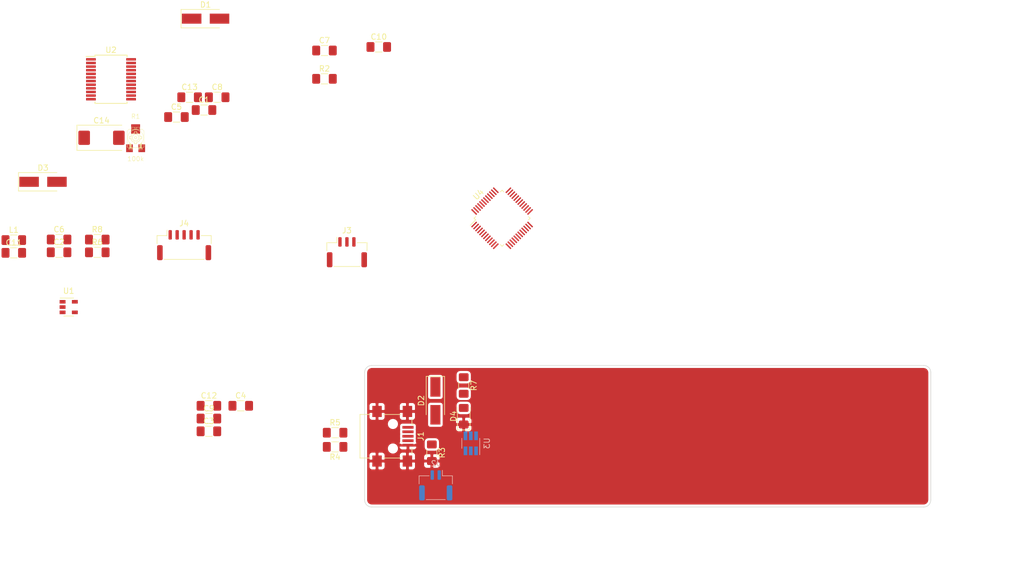
<source format=kicad_pcb>
(kicad_pcb (version 20171130) (host pcbnew "(5.0.1)-3")

  (general
    (thickness 1.6)
    (drawings 10)
    (tracks 0)
    (zones 0)
    (modules 35)
    (nets 62)
  )

  (page A4)
  (layers
    (0 F.Cu signal)
    (31 B.Cu signal)
    (32 B.Adhes user)
    (33 F.Adhes user)
    (34 B.Paste user)
    (35 F.Paste user)
    (36 B.SilkS user)
    (37 F.SilkS user)
    (38 B.Mask user)
    (39 F.Mask user)
    (40 Dwgs.User user)
    (41 Cmts.User user)
    (42 Eco1.User user)
    (43 Eco2.User user)
    (44 Edge.Cuts user)
    (45 Margin user)
    (46 B.CrtYd user)
    (47 F.CrtYd user)
    (48 B.Fab user)
    (49 F.Fab user)
  )

  (setup
    (last_trace_width 0.25)
    (trace_clearance 0.13)
    (zone_clearance 0.4)
    (zone_45_only no)
    (trace_min 0.0889)
    (segment_width 0.2)
    (edge_width 0.1)
    (via_size 0.6)
    (via_drill 0.3)
    (via_min_size 0.6)
    (via_min_drill 0.2)
    (uvia_size 0.3)
    (uvia_drill 0.1)
    (uvias_allowed no)
    (uvia_min_size 0.2)
    (uvia_min_drill 0.1)
    (pcb_text_width 0.3)
    (pcb_text_size 1.5 1.5)
    (mod_edge_width 0.15)
    (mod_text_size 1 1)
    (mod_text_width 0.15)
    (pad_size 1.5 1.5)
    (pad_drill 0.6)
    (pad_to_mask_clearance 0.0502)
    (solder_mask_min_width 0.25)
    (aux_axis_origin 0 0)
    (grid_origin 95.25 109.22)
    (visible_elements 7FFDFFFF)
    (pcbplotparams
      (layerselection 0x010fc_ffffffff)
      (usegerberextensions false)
      (usegerberattributes false)
      (usegerberadvancedattributes false)
      (creategerberjobfile false)
      (excludeedgelayer true)
      (linewidth 0.100000)
      (plotframeref false)
      (viasonmask false)
      (mode 1)
      (useauxorigin false)
      (hpglpennumber 1)
      (hpglpenspeed 20)
      (hpglpendiameter 15.000000)
      (psnegative false)
      (psa4output false)
      (plotreference true)
      (plotvalue true)
      (plotinvisibletext false)
      (padsonsilk false)
      (subtractmaskfromsilk false)
      (outputformat 1)
      (mirror false)
      (drillshape 1)
      (scaleselection 1)
      (outputdirectory ""))
  )

  (net 0 "")
  (net 1 GND)
  (net 2 +5V)
  (net 3 +3V3)
  (net 4 "Net-(C3-Pad1)")
  (net 5 +10V)
  (net 6 NRST)
  (net 7 "Net-(D1-Pad2)")
  (net 8 VBUS)
  (net 9 VPP)
  (net 10 "Net-(D4-Pad2)")
  (net 11 "Net-(J1-Pad2)")
  (net 12 "Net-(J1-Pad3)")
  (net 13 "Net-(J1-Pad4)")
  (net 14 MOT_OUT_1)
  (net 15 MOT_OUT_2)
  (net 16 POT)
  (net 17 SWDIO)
  (net 18 SWCLK)
  (net 19 "Net-(R1-Pad2)")
  (net 20 USB_DP)
  (net 21 USB_DM)
  (net 22 "Net-(R8-Pad1)")
  (net 23 "Net-(U2-Pad7)")
  (net 24 "Net-(U2-Pad8)")
  (net 25 "Net-(U2-Pad11)")
  (net 26 "Net-(U2-Pad12)")
  (net 27 "Net-(U2-Pad15)")
  (net 28 "Net-(U2-Pad16)")
  (net 29 "Net-(U2-Pad17)")
  (net 30 STBY)
  (net 31 MOT_IN_1)
  (net 32 MOT_IN_2)
  (net 33 MOT_IN_PWM)
  (net 34 "Net-(U4-Pad2)")
  (net 35 "Net-(U4-Pad3)")
  (net 36 "Net-(U4-Pad4)")
  (net 37 "Net-(U4-Pad5)")
  (net 38 "Net-(U4-Pad6)")
  (net 39 "Net-(U4-Pad14)")
  (net 40 "Net-(U4-Pad15)")
  (net 41 "Net-(U4-Pad16)")
  (net 42 "Net-(U4-Pad17)")
  (net 43 "Net-(U4-Pad19)")
  (net 44 "Net-(U4-Pad20)")
  (net 45 "Net-(U4-Pad21)")
  (net 46 "Net-(U4-Pad22)")
  (net 47 "Net-(U4-Pad25)")
  (net 48 "Net-(U4-Pad26)")
  (net 49 "Net-(U4-Pad27)")
  (net 50 "Net-(U4-Pad28)")
  (net 51 "Net-(U4-Pad29)")
  (net 52 "Net-(U4-Pad30)")
  (net 53 "Net-(U4-Pad31)")
  (net 54 "Net-(U4-Pad38)")
  (net 55 "Net-(U4-Pad39)")
  (net 56 "Net-(U4-Pad40)")
  (net 57 "Net-(U4-Pad41)")
  (net 58 "Net-(U4-Pad42)")
  (net 59 "Net-(U4-Pad43)")
  (net 60 "Net-(U4-Pad45)")
  (net 61 "Net-(U4-Pad46)")

  (net_class Default "This is the default net class."
    (clearance 0.13)
    (trace_width 0.25)
    (via_dia 0.6)
    (via_drill 0.3)
    (uvia_dia 0.3)
    (uvia_drill 0.1)
    (add_net +3V3)
    (add_net GND)
    (add_net MOT_IN_1)
    (add_net MOT_IN_2)
    (add_net MOT_IN_PWM)
    (add_net NRST)
    (add_net "Net-(C3-Pad1)")
    (add_net "Net-(D4-Pad2)")
    (add_net "Net-(J1-Pad2)")
    (add_net "Net-(J1-Pad3)")
    (add_net "Net-(J1-Pad4)")
    (add_net "Net-(R1-Pad2)")
    (add_net "Net-(R8-Pad1)")
    (add_net "Net-(U2-Pad11)")
    (add_net "Net-(U2-Pad12)")
    (add_net "Net-(U2-Pad15)")
    (add_net "Net-(U2-Pad16)")
    (add_net "Net-(U2-Pad17)")
    (add_net "Net-(U2-Pad7)")
    (add_net "Net-(U2-Pad8)")
    (add_net "Net-(U4-Pad14)")
    (add_net "Net-(U4-Pad15)")
    (add_net "Net-(U4-Pad16)")
    (add_net "Net-(U4-Pad17)")
    (add_net "Net-(U4-Pad19)")
    (add_net "Net-(U4-Pad2)")
    (add_net "Net-(U4-Pad20)")
    (add_net "Net-(U4-Pad21)")
    (add_net "Net-(U4-Pad22)")
    (add_net "Net-(U4-Pad25)")
    (add_net "Net-(U4-Pad26)")
    (add_net "Net-(U4-Pad27)")
    (add_net "Net-(U4-Pad28)")
    (add_net "Net-(U4-Pad29)")
    (add_net "Net-(U4-Pad3)")
    (add_net "Net-(U4-Pad30)")
    (add_net "Net-(U4-Pad31)")
    (add_net "Net-(U4-Pad38)")
    (add_net "Net-(U4-Pad39)")
    (add_net "Net-(U4-Pad4)")
    (add_net "Net-(U4-Pad40)")
    (add_net "Net-(U4-Pad41)")
    (add_net "Net-(U4-Pad42)")
    (add_net "Net-(U4-Pad43)")
    (add_net "Net-(U4-Pad45)")
    (add_net "Net-(U4-Pad46)")
    (add_net "Net-(U4-Pad5)")
    (add_net "Net-(U4-Pad6)")
    (add_net POT)
    (add_net STBY)
    (add_net SWCLK)
    (add_net SWDIO)
    (add_net USB_DM)
    (add_net USB_DP)
    (add_net VPP)
  )

  (net_class Power ""
    (clearance 0.13)
    (trace_width 1)
    (via_dia 1.6)
    (via_drill 0.8)
    (uvia_dia 0.3)
    (uvia_drill 0.1)
    (add_net +10V)
    (add_net +5V)
    (add_net MOT_OUT_1)
    (add_net MOT_OUT_2)
    (add_net "Net-(D1-Pad2)")
    (add_net VBUS)
  )

  (module Connector_JST:JST_GH_SM02B-GHS-TB_1x02-1MP_P1.25mm_Horizontal (layer B.Cu) (tedit 5B78AD87) (tstamp 5BE690E8)
    (at 108.015 105.33 180)
    (descr "JST GH series connector, SM02B-GHS-TB (http://www.jst-mfg.com/product/pdf/eng/eGH.pdf), generated with kicad-footprint-generator")
    (tags "connector JST GH top entry")
    (path /5BB23B62)
    (attr smd)
    (fp_text reference J2 (at 0 3.9 180) (layer B.SilkS)
      (effects (font (size 1 1) (thickness 0.15)) (justify mirror))
    )
    (fp_text value MOTOR_OUT (at 0 -3.9 180) (layer B.Fab)
      (effects (font (size 1 1) (thickness 0.15)) (justify mirror))
    )
    (fp_line (start -2.875 1.6) (end 2.875 1.6) (layer B.Fab) (width 0.1))
    (fp_line (start -2.985 0.26) (end -2.985 1.71) (layer B.SilkS) (width 0.12))
    (fp_line (start -2.985 1.71) (end -1.185 1.71) (layer B.SilkS) (width 0.12))
    (fp_line (start -1.185 1.71) (end -1.185 2.7) (layer B.SilkS) (width 0.12))
    (fp_line (start 2.985 0.26) (end 2.985 1.71) (layer B.SilkS) (width 0.12))
    (fp_line (start 2.985 1.71) (end 1.185 1.71) (layer B.SilkS) (width 0.12))
    (fp_line (start -1.715 -2.56) (end 1.715 -2.56) (layer B.SilkS) (width 0.12))
    (fp_line (start -2.875 -2.45) (end 2.875 -2.45) (layer B.Fab) (width 0.1))
    (fp_line (start -2.875 1.6) (end -2.875 -2.45) (layer B.Fab) (width 0.1))
    (fp_line (start 2.875 1.6) (end 2.875 -2.45) (layer B.Fab) (width 0.1))
    (fp_line (start -3.48 3.2) (end -3.48 -3.2) (layer B.CrtYd) (width 0.05))
    (fp_line (start -3.48 -3.2) (end 3.48 -3.2) (layer B.CrtYd) (width 0.05))
    (fp_line (start 3.48 -3.2) (end 3.48 3.2) (layer B.CrtYd) (width 0.05))
    (fp_line (start 3.48 3.2) (end -3.48 3.2) (layer B.CrtYd) (width 0.05))
    (fp_line (start -1.125 1.6) (end -0.625 0.892893) (layer B.Fab) (width 0.1))
    (fp_line (start -0.625 0.892893) (end -0.125 1.6) (layer B.Fab) (width 0.1))
    (fp_text user %R (at 0 0 180) (layer B.Fab)
      (effects (font (size 1 1) (thickness 0.15)) (justify mirror))
    )
    (pad 1 smd roundrect (at -0.625 1.85 180) (size 0.6 1.7) (layers B.Cu B.Paste B.Mask) (roundrect_rratio 0.25)
      (net 14 MOT_OUT_1))
    (pad 2 smd roundrect (at 0.625 1.85 180) (size 0.6 1.7) (layers B.Cu B.Paste B.Mask) (roundrect_rratio 0.25)
      (net 15 MOT_OUT_2))
    (pad MP smd roundrect (at -2.475 -1.35 180) (size 1 2.7) (layers B.Cu B.Paste B.Mask) (roundrect_rratio 0.25))
    (pad MP smd roundrect (at 2.475 -1.35 180) (size 1 2.7) (layers B.Cu B.Paste B.Mask) (roundrect_rratio 0.25))
    (model ${KISYS3DMOD}/Connector_JST.3dshapes/JST_GH_SM02B-GHS-TB_1x02-1MP_P1.25mm_Horizontal.wrl
      (at (xyz 0 0 0))
      (scale (xyz 1 1 1))
      (rotate (xyz 0 0 0))
    )
  )

  (module Connector_JST:JST_GH_SM03B-GHS-TB_1x03-1MP_P1.25mm_Horizontal (layer F.Cu) (tedit 5B78AD87) (tstamp 5BE68F76)
    (at 92.075 63.5)
    (descr "JST GH series connector, SM03B-GHS-TB (http://www.jst-mfg.com/product/pdf/eng/eGH.pdf), generated with kicad-footprint-generator")
    (tags "connector JST GH top entry")
    (path /5BB23BB9)
    (attr smd)
    (fp_text reference J3 (at 0 -3.9) (layer F.SilkS)
      (effects (font (size 1 1) (thickness 0.15)))
    )
    (fp_text value POT_IN (at 0 3.9) (layer F.Fab)
      (effects (font (size 1 1) (thickness 0.15)))
    )
    (fp_line (start -3.5 -1.6) (end 3.5 -1.6) (layer F.Fab) (width 0.1))
    (fp_line (start -3.61 -0.26) (end -3.61 -1.71) (layer F.SilkS) (width 0.12))
    (fp_line (start -3.61 -1.71) (end -1.81 -1.71) (layer F.SilkS) (width 0.12))
    (fp_line (start -1.81 -1.71) (end -1.81 -2.7) (layer F.SilkS) (width 0.12))
    (fp_line (start 3.61 -0.26) (end 3.61 -1.71) (layer F.SilkS) (width 0.12))
    (fp_line (start 3.61 -1.71) (end 1.81 -1.71) (layer F.SilkS) (width 0.12))
    (fp_line (start -2.34 2.56) (end 2.34 2.56) (layer F.SilkS) (width 0.12))
    (fp_line (start -3.5 2.45) (end 3.5 2.45) (layer F.Fab) (width 0.1))
    (fp_line (start -3.5 -1.6) (end -3.5 2.45) (layer F.Fab) (width 0.1))
    (fp_line (start 3.5 -1.6) (end 3.5 2.45) (layer F.Fab) (width 0.1))
    (fp_line (start -4.1 -3.2) (end -4.1 3.2) (layer F.CrtYd) (width 0.05))
    (fp_line (start -4.1 3.2) (end 4.1 3.2) (layer F.CrtYd) (width 0.05))
    (fp_line (start 4.1 3.2) (end 4.1 -3.2) (layer F.CrtYd) (width 0.05))
    (fp_line (start 4.1 -3.2) (end -4.1 -3.2) (layer F.CrtYd) (width 0.05))
    (fp_line (start -1.75 -1.6) (end -1.25 -0.892893) (layer F.Fab) (width 0.1))
    (fp_line (start -1.25 -0.892893) (end -0.75 -1.6) (layer F.Fab) (width 0.1))
    (fp_text user %R (at 0 0) (layer F.Fab)
      (effects (font (size 1 1) (thickness 0.15)))
    )
    (pad 1 smd roundrect (at -1.25 -1.85) (size 0.6 1.7) (layers F.Cu F.Paste F.Mask) (roundrect_rratio 0.25)
      (net 3 +3V3))
    (pad 2 smd roundrect (at 0 -1.85) (size 0.6 1.7) (layers F.Cu F.Paste F.Mask) (roundrect_rratio 0.25)
      (net 16 POT))
    (pad 3 smd roundrect (at 1.25 -1.85) (size 0.6 1.7) (layers F.Cu F.Paste F.Mask) (roundrect_rratio 0.25)
      (net 1 GND))
    (pad MP smd roundrect (at -3.1 1.35) (size 1 2.7) (layers F.Cu F.Paste F.Mask) (roundrect_rratio 0.25))
    (pad MP smd roundrect (at 3.1 1.35) (size 1 2.7) (layers F.Cu F.Paste F.Mask) (roundrect_rratio 0.25))
    (model ${KISYS3DMOD}/Connector_JST.3dshapes/JST_GH_SM03B-GHS-TB_1x03-1MP_P1.25mm_Horizontal.wrl
      (at (xyz 0 0 0))
      (scale (xyz 1 1 1))
      (rotate (xyz 0 0 0))
    )
  )

  (module Connector_JST:JST_GH_SM05B-GHS-TB_1x05-1MP_P1.25mm_Horizontal (layer F.Cu) (tedit 5B78AD87) (tstamp 5BE67ADA)
    (at 62.865 62.23)
    (descr "JST GH series connector, SM05B-GHS-TB (http://www.jst-mfg.com/product/pdf/eng/eGH.pdf), generated with kicad-footprint-generator")
    (tags "connector JST GH top entry")
    (path /5BB23A1B)
    (attr smd)
    (fp_text reference J4 (at 0 -3.9) (layer F.SilkS)
      (effects (font (size 1 1) (thickness 0.15)))
    )
    (fp_text value DEBUG (at 0 3.9) (layer F.Fab)
      (effects (font (size 1 1) (thickness 0.15)))
    )
    (fp_line (start -4.75 -1.6) (end 4.75 -1.6) (layer F.Fab) (width 0.1))
    (fp_line (start -4.86 -0.26) (end -4.86 -1.71) (layer F.SilkS) (width 0.12))
    (fp_line (start -4.86 -1.71) (end -3.06 -1.71) (layer F.SilkS) (width 0.12))
    (fp_line (start -3.06 -1.71) (end -3.06 -2.7) (layer F.SilkS) (width 0.12))
    (fp_line (start 4.86 -0.26) (end 4.86 -1.71) (layer F.SilkS) (width 0.12))
    (fp_line (start 4.86 -1.71) (end 3.06 -1.71) (layer F.SilkS) (width 0.12))
    (fp_line (start -3.59 2.56) (end 3.59 2.56) (layer F.SilkS) (width 0.12))
    (fp_line (start -4.75 2.45) (end 4.75 2.45) (layer F.Fab) (width 0.1))
    (fp_line (start -4.75 -1.6) (end -4.75 2.45) (layer F.Fab) (width 0.1))
    (fp_line (start 4.75 -1.6) (end 4.75 2.45) (layer F.Fab) (width 0.1))
    (fp_line (start -5.35 -3.2) (end -5.35 3.2) (layer F.CrtYd) (width 0.05))
    (fp_line (start -5.35 3.2) (end 5.35 3.2) (layer F.CrtYd) (width 0.05))
    (fp_line (start 5.35 3.2) (end 5.35 -3.2) (layer F.CrtYd) (width 0.05))
    (fp_line (start 5.35 -3.2) (end -5.35 -3.2) (layer F.CrtYd) (width 0.05))
    (fp_line (start -3 -1.6) (end -2.5 -0.892893) (layer F.Fab) (width 0.1))
    (fp_line (start -2.5 -0.892893) (end -2 -1.6) (layer F.Fab) (width 0.1))
    (fp_text user %R (at 0 0) (layer F.Fab)
      (effects (font (size 1 1) (thickness 0.15)))
    )
    (pad 1 smd roundrect (at -2.5 -1.85) (size 0.6 1.7) (layers F.Cu F.Paste F.Mask) (roundrect_rratio 0.25)
      (net 17 SWDIO))
    (pad 2 smd roundrect (at -1.25 -1.85) (size 0.6 1.7) (layers F.Cu F.Paste F.Mask) (roundrect_rratio 0.25)
      (net 1 GND))
    (pad 3 smd roundrect (at 0 -1.85) (size 0.6 1.7) (layers F.Cu F.Paste F.Mask) (roundrect_rratio 0.25)
      (net 18 SWCLK))
    (pad 4 smd roundrect (at 1.25 -1.85) (size 0.6 1.7) (layers F.Cu F.Paste F.Mask) (roundrect_rratio 0.25)
      (net 9 VPP))
    (pad 5 smd roundrect (at 2.5 -1.85) (size 0.6 1.7) (layers F.Cu F.Paste F.Mask) (roundrect_rratio 0.25)
      (net 6 NRST))
    (pad MP smd roundrect (at -4.35 1.35) (size 1 2.7) (layers F.Cu F.Paste F.Mask) (roundrect_rratio 0.25))
    (pad MP smd roundrect (at 4.35 1.35) (size 1 2.7) (layers F.Cu F.Paste F.Mask) (roundrect_rratio 0.25))
    (model ${KISYS3DMOD}/Connector_JST.3dshapes/JST_GH_SM05B-GHS-TB_1x05-1MP_P1.25mm_Horizontal.wrl
      (at (xyz 0 0 0))
      (scale (xyz 1 1 1))
      (rotate (xyz 0 0 0))
    )
  )

  (module Capacitor_SMD:C_1206_3216Metric_Pad1.42x1.75mm_HandSolder (layer F.Cu) (tedit 5B301BBE) (tstamp 5BF2370F)
    (at 66.435001 37.985001)
    (descr "Capacitor SMD 1206 (3216 Metric), square (rectangular) end terminal, IPC_7351 nominal with elongated pad for handsoldering. (Body size source: http://www.tortai-tech.com/upload/download/2011102023233369053.pdf), generated with kicad-footprint-generator")
    (tags "capacitor handsolder")
    (path /5BD36320)
    (attr smd)
    (fp_text reference C1 (at 0 -1.82) (layer F.SilkS)
      (effects (font (size 1 1) (thickness 0.15)))
    )
    (fp_text value 10µ (at 0 1.82) (layer F.Fab)
      (effects (font (size 1 1) (thickness 0.15)))
    )
    (fp_text user %R (at 0 0) (layer F.Fab)
      (effects (font (size 0.8 0.8) (thickness 0.12)))
    )
    (fp_line (start 2.45 1.12) (end -2.45 1.12) (layer F.CrtYd) (width 0.05))
    (fp_line (start 2.45 -1.12) (end 2.45 1.12) (layer F.CrtYd) (width 0.05))
    (fp_line (start -2.45 -1.12) (end 2.45 -1.12) (layer F.CrtYd) (width 0.05))
    (fp_line (start -2.45 1.12) (end -2.45 -1.12) (layer F.CrtYd) (width 0.05))
    (fp_line (start -0.602064 0.91) (end 0.602064 0.91) (layer F.SilkS) (width 0.12))
    (fp_line (start -0.602064 -0.91) (end 0.602064 -0.91) (layer F.SilkS) (width 0.12))
    (fp_line (start 1.6 0.8) (end -1.6 0.8) (layer F.Fab) (width 0.1))
    (fp_line (start 1.6 -0.8) (end 1.6 0.8) (layer F.Fab) (width 0.1))
    (fp_line (start -1.6 -0.8) (end 1.6 -0.8) (layer F.Fab) (width 0.1))
    (fp_line (start -1.6 0.8) (end -1.6 -0.8) (layer F.Fab) (width 0.1))
    (pad 2 smd roundrect (at 1.4875 0) (size 1.425 1.75) (layers F.Cu F.Paste F.Mask) (roundrect_rratio 0.175439)
      (net 2 +5V))
    (pad 1 smd roundrect (at -1.4875 0) (size 1.425 1.75) (layers F.Cu F.Paste F.Mask) (roundrect_rratio 0.175439)
      (net 1 GND))
    (model ${KISYS3DMOD}/Capacitor_SMD.3dshapes/C_1206_3216Metric.wrl
      (at (xyz 0 0 0))
      (scale (xyz 1 1 1))
      (rotate (xyz 0 0 0))
    )
  )

  (module Capacitor_SMD:C_1206_3216Metric_Pad1.42x1.75mm_HandSolder (layer F.Cu) (tedit 5B301BBE) (tstamp 5BF23720)
    (at 40.425001 63.510001)
    (descr "Capacitor SMD 1206 (3216 Metric), square (rectangular) end terminal, IPC_7351 nominal with elongated pad for handsoldering. (Body size source: http://www.tortai-tech.com/upload/download/2011102023233369053.pdf), generated with kicad-footprint-generator")
    (tags "capacitor handsolder")
    (path /5BD36275)
    (attr smd)
    (fp_text reference C2 (at 0 -1.82) (layer F.SilkS)
      (effects (font (size 1 1) (thickness 0.15)))
    )
    (fp_text value 10µ (at 0 1.82) (layer F.Fab)
      (effects (font (size 1 1) (thickness 0.15)))
    )
    (fp_text user %R (at 0 0) (layer F.Fab)
      (effects (font (size 0.8 0.8) (thickness 0.12)))
    )
    (fp_line (start 2.45 1.12) (end -2.45 1.12) (layer F.CrtYd) (width 0.05))
    (fp_line (start 2.45 -1.12) (end 2.45 1.12) (layer F.CrtYd) (width 0.05))
    (fp_line (start -2.45 -1.12) (end 2.45 -1.12) (layer F.CrtYd) (width 0.05))
    (fp_line (start -2.45 1.12) (end -2.45 -1.12) (layer F.CrtYd) (width 0.05))
    (fp_line (start -0.602064 0.91) (end 0.602064 0.91) (layer F.SilkS) (width 0.12))
    (fp_line (start -0.602064 -0.91) (end 0.602064 -0.91) (layer F.SilkS) (width 0.12))
    (fp_line (start 1.6 0.8) (end -1.6 0.8) (layer F.Fab) (width 0.1))
    (fp_line (start 1.6 -0.8) (end 1.6 0.8) (layer F.Fab) (width 0.1))
    (fp_line (start -1.6 -0.8) (end 1.6 -0.8) (layer F.Fab) (width 0.1))
    (fp_line (start -1.6 0.8) (end -1.6 -0.8) (layer F.Fab) (width 0.1))
    (pad 2 smd roundrect (at 1.4875 0) (size 1.425 1.75) (layers F.Cu F.Paste F.Mask) (roundrect_rratio 0.175439)
      (net 1 GND))
    (pad 1 smd roundrect (at -1.4875 0) (size 1.425 1.75) (layers F.Cu F.Paste F.Mask) (roundrect_rratio 0.175439)
      (net 3 +3V3))
    (model ${KISYS3DMOD}/Capacitor_SMD.3dshapes/C_1206_3216Metric.wrl
      (at (xyz 0 0 0))
      (scale (xyz 1 1 1))
      (rotate (xyz 0 0 0))
    )
  )

  (module Capacitor_SMD:C_1206_3216Metric_Pad1.42x1.75mm_HandSolder (layer F.Cu) (tedit 5B301BBE) (tstamp 5BF23731)
    (at 67.31 95.635)
    (descr "Capacitor SMD 1206 (3216 Metric), square (rectangular) end terminal, IPC_7351 nominal with elongated pad for handsoldering. (Body size source: http://www.tortai-tech.com/upload/download/2011102023233369053.pdf), generated with kicad-footprint-generator")
    (tags "capacitor handsolder")
    (path /5BD40CC0)
    (attr smd)
    (fp_text reference C3 (at 0 -1.82) (layer F.SilkS)
      (effects (font (size 1 1) (thickness 0.15)))
    )
    (fp_text value 470p (at 0 1.82) (layer F.Fab)
      (effects (font (size 1 1) (thickness 0.15)))
    )
    (fp_text user %R (at 0 0) (layer F.Fab)
      (effects (font (size 0.8 0.8) (thickness 0.12)))
    )
    (fp_line (start 2.45 1.12) (end -2.45 1.12) (layer F.CrtYd) (width 0.05))
    (fp_line (start 2.45 -1.12) (end 2.45 1.12) (layer F.CrtYd) (width 0.05))
    (fp_line (start -2.45 -1.12) (end 2.45 -1.12) (layer F.CrtYd) (width 0.05))
    (fp_line (start -2.45 1.12) (end -2.45 -1.12) (layer F.CrtYd) (width 0.05))
    (fp_line (start -0.602064 0.91) (end 0.602064 0.91) (layer F.SilkS) (width 0.12))
    (fp_line (start -0.602064 -0.91) (end 0.602064 -0.91) (layer F.SilkS) (width 0.12))
    (fp_line (start 1.6 0.8) (end -1.6 0.8) (layer F.Fab) (width 0.1))
    (fp_line (start 1.6 -0.8) (end 1.6 0.8) (layer F.Fab) (width 0.1))
    (fp_line (start -1.6 -0.8) (end 1.6 -0.8) (layer F.Fab) (width 0.1))
    (fp_line (start -1.6 0.8) (end -1.6 -0.8) (layer F.Fab) (width 0.1))
    (pad 2 smd roundrect (at 1.4875 0) (size 1.425 1.75) (layers F.Cu F.Paste F.Mask) (roundrect_rratio 0.175439)
      (net 1 GND))
    (pad 1 smd roundrect (at -1.4875 0) (size 1.425 1.75) (layers F.Cu F.Paste F.Mask) (roundrect_rratio 0.175439)
      (net 4 "Net-(C3-Pad1)"))
    (model ${KISYS3DMOD}/Capacitor_SMD.3dshapes/C_1206_3216Metric.wrl
      (at (xyz 0 0 0))
      (scale (xyz 1 1 1))
      (rotate (xyz 0 0 0))
    )
  )

  (module Capacitor_SMD:C_1206_3216Metric_Pad1.42x1.75mm_HandSolder (layer F.Cu) (tedit 5B301BBE) (tstamp 5BF23742)
    (at 73.025 91.055)
    (descr "Capacitor SMD 1206 (3216 Metric), square (rectangular) end terminal, IPC_7351 nominal with elongated pad for handsoldering. (Body size source: http://www.tortai-tech.com/upload/download/2011102023233369053.pdf), generated with kicad-footprint-generator")
    (tags "capacitor handsolder")
    (path /5BE62B6A)
    (attr smd)
    (fp_text reference C4 (at 0 -1.82) (layer F.SilkS)
      (effects (font (size 1 1) (thickness 0.15)))
    )
    (fp_text value 100n (at 0 1.82) (layer F.Fab)
      (effects (font (size 1 1) (thickness 0.15)))
    )
    (fp_text user %R (at 0 0) (layer F.Fab)
      (effects (font (size 0.8 0.8) (thickness 0.12)))
    )
    (fp_line (start 2.45 1.12) (end -2.45 1.12) (layer F.CrtYd) (width 0.05))
    (fp_line (start 2.45 -1.12) (end 2.45 1.12) (layer F.CrtYd) (width 0.05))
    (fp_line (start -2.45 -1.12) (end 2.45 -1.12) (layer F.CrtYd) (width 0.05))
    (fp_line (start -2.45 1.12) (end -2.45 -1.12) (layer F.CrtYd) (width 0.05))
    (fp_line (start -0.602064 0.91) (end 0.602064 0.91) (layer F.SilkS) (width 0.12))
    (fp_line (start -0.602064 -0.91) (end 0.602064 -0.91) (layer F.SilkS) (width 0.12))
    (fp_line (start 1.6 0.8) (end -1.6 0.8) (layer F.Fab) (width 0.1))
    (fp_line (start 1.6 -0.8) (end 1.6 0.8) (layer F.Fab) (width 0.1))
    (fp_line (start -1.6 -0.8) (end 1.6 -0.8) (layer F.Fab) (width 0.1))
    (fp_line (start -1.6 0.8) (end -1.6 -0.8) (layer F.Fab) (width 0.1))
    (pad 2 smd roundrect (at 1.4875 0) (size 1.425 1.75) (layers F.Cu F.Paste F.Mask) (roundrect_rratio 0.175439)
      (net 1 GND))
    (pad 1 smd roundrect (at -1.4875 0) (size 1.425 1.75) (layers F.Cu F.Paste F.Mask) (roundrect_rratio 0.175439)
      (net 3 +3V3))
    (model ${KISYS3DMOD}/Capacitor_SMD.3dshapes/C_1206_3216Metric.wrl
      (at (xyz 0 0 0))
      (scale (xyz 1 1 1))
      (rotate (xyz 0 0 0))
    )
  )

  (module Capacitor_SMD:C_1206_3216Metric_Pad1.42x1.75mm_HandSolder (layer F.Cu) (tedit 5B301BBE) (tstamp 5BF23753)
    (at 61.485001 39.245001)
    (descr "Capacitor SMD 1206 (3216 Metric), square (rectangular) end terminal, IPC_7351 nominal with elongated pad for handsoldering. (Body size source: http://www.tortai-tech.com/upload/download/2011102023233369053.pdf), generated with kicad-footprint-generator")
    (tags "capacitor handsolder")
    (path /5BC3EFA6)
    (attr smd)
    (fp_text reference C5 (at 0 -1.82) (layer F.SilkS)
      (effects (font (size 1 1) (thickness 0.15)))
    )
    (fp_text value 22µ (at 0 1.82) (layer F.Fab)
      (effects (font (size 1 1) (thickness 0.15)))
    )
    (fp_text user %R (at 0 0) (layer F.Fab)
      (effects (font (size 0.8 0.8) (thickness 0.12)))
    )
    (fp_line (start 2.45 1.12) (end -2.45 1.12) (layer F.CrtYd) (width 0.05))
    (fp_line (start 2.45 -1.12) (end 2.45 1.12) (layer F.CrtYd) (width 0.05))
    (fp_line (start -2.45 -1.12) (end 2.45 -1.12) (layer F.CrtYd) (width 0.05))
    (fp_line (start -2.45 1.12) (end -2.45 -1.12) (layer F.CrtYd) (width 0.05))
    (fp_line (start -0.602064 0.91) (end 0.602064 0.91) (layer F.SilkS) (width 0.12))
    (fp_line (start -0.602064 -0.91) (end 0.602064 -0.91) (layer F.SilkS) (width 0.12))
    (fp_line (start 1.6 0.8) (end -1.6 0.8) (layer F.Fab) (width 0.1))
    (fp_line (start 1.6 -0.8) (end 1.6 0.8) (layer F.Fab) (width 0.1))
    (fp_line (start -1.6 -0.8) (end 1.6 -0.8) (layer F.Fab) (width 0.1))
    (fp_line (start -1.6 0.8) (end -1.6 -0.8) (layer F.Fab) (width 0.1))
    (pad 2 smd roundrect (at 1.4875 0) (size 1.425 1.75) (layers F.Cu F.Paste F.Mask) (roundrect_rratio 0.175439)
      (net 1 GND))
    (pad 1 smd roundrect (at -1.4875 0) (size 1.425 1.75) (layers F.Cu F.Paste F.Mask) (roundrect_rratio 0.175439)
      (net 2 +5V))
    (model ${KISYS3DMOD}/Capacitor_SMD.3dshapes/C_1206_3216Metric.wrl
      (at (xyz 0 0 0))
      (scale (xyz 1 1 1))
      (rotate (xyz 0 0 0))
    )
  )

  (module Capacitor_SMD:C_1206_3216Metric_Pad1.42x1.75mm_HandSolder (layer F.Cu) (tedit 5B301BBE) (tstamp 5BF23764)
    (at 40.425001 61.220001)
    (descr "Capacitor SMD 1206 (3216 Metric), square (rectangular) end terminal, IPC_7351 nominal with elongated pad for handsoldering. (Body size source: http://www.tortai-tech.com/upload/download/2011102023233369053.pdf), generated with kicad-footprint-generator")
    (tags "capacitor handsolder")
    (path /5BC4B7C6)
    (attr smd)
    (fp_text reference C6 (at 0 -1.82) (layer F.SilkS)
      (effects (font (size 1 1) (thickness 0.15)))
    )
    (fp_text value 22µ (at 0 1.82) (layer F.Fab)
      (effects (font (size 1 1) (thickness 0.15)))
    )
    (fp_text user %R (at 0 0) (layer F.Fab)
      (effects (font (size 0.8 0.8) (thickness 0.12)))
    )
    (fp_line (start 2.45 1.12) (end -2.45 1.12) (layer F.CrtYd) (width 0.05))
    (fp_line (start 2.45 -1.12) (end 2.45 1.12) (layer F.CrtYd) (width 0.05))
    (fp_line (start -2.45 -1.12) (end 2.45 -1.12) (layer F.CrtYd) (width 0.05))
    (fp_line (start -2.45 1.12) (end -2.45 -1.12) (layer F.CrtYd) (width 0.05))
    (fp_line (start -0.602064 0.91) (end 0.602064 0.91) (layer F.SilkS) (width 0.12))
    (fp_line (start -0.602064 -0.91) (end 0.602064 -0.91) (layer F.SilkS) (width 0.12))
    (fp_line (start 1.6 0.8) (end -1.6 0.8) (layer F.Fab) (width 0.1))
    (fp_line (start 1.6 -0.8) (end 1.6 0.8) (layer F.Fab) (width 0.1))
    (fp_line (start -1.6 -0.8) (end 1.6 -0.8) (layer F.Fab) (width 0.1))
    (fp_line (start -1.6 0.8) (end -1.6 -0.8) (layer F.Fab) (width 0.1))
    (pad 2 smd roundrect (at 1.4875 0) (size 1.425 1.75) (layers F.Cu F.Paste F.Mask) (roundrect_rratio 0.175439)
      (net 5 +10V))
    (pad 1 smd roundrect (at -1.4875 0) (size 1.425 1.75) (layers F.Cu F.Paste F.Mask) (roundrect_rratio 0.175439)
      (net 1 GND))
    (model ${KISYS3DMOD}/Capacitor_SMD.3dshapes/C_1206_3216Metric.wrl
      (at (xyz 0 0 0))
      (scale (xyz 1 1 1))
      (rotate (xyz 0 0 0))
    )
  )

  (module Capacitor_SMD:C_1206_3216Metric_Pad1.42x1.75mm_HandSolder (layer F.Cu) (tedit 5B301BBE) (tstamp 5BF23775)
    (at 88.0475 27.305)
    (descr "Capacitor SMD 1206 (3216 Metric), square (rectangular) end terminal, IPC_7351 nominal with elongated pad for handsoldering. (Body size source: http://www.tortai-tech.com/upload/download/2011102023233369053.pdf), generated with kicad-footprint-generator")
    (tags "capacitor handsolder")
    (path /5BCB759C)
    (attr smd)
    (fp_text reference C7 (at 0 -1.82) (layer F.SilkS)
      (effects (font (size 1 1) (thickness 0.15)))
    )
    (fp_text value 100n (at 0 1.82) (layer F.Fab)
      (effects (font (size 1 1) (thickness 0.15)))
    )
    (fp_text user %R (at 0 0) (layer F.Fab)
      (effects (font (size 0.8 0.8) (thickness 0.12)))
    )
    (fp_line (start 2.45 1.12) (end -2.45 1.12) (layer F.CrtYd) (width 0.05))
    (fp_line (start 2.45 -1.12) (end 2.45 1.12) (layer F.CrtYd) (width 0.05))
    (fp_line (start -2.45 -1.12) (end 2.45 -1.12) (layer F.CrtYd) (width 0.05))
    (fp_line (start -2.45 1.12) (end -2.45 -1.12) (layer F.CrtYd) (width 0.05))
    (fp_line (start -0.602064 0.91) (end 0.602064 0.91) (layer F.SilkS) (width 0.12))
    (fp_line (start -0.602064 -0.91) (end 0.602064 -0.91) (layer F.SilkS) (width 0.12))
    (fp_line (start 1.6 0.8) (end -1.6 0.8) (layer F.Fab) (width 0.1))
    (fp_line (start 1.6 -0.8) (end 1.6 0.8) (layer F.Fab) (width 0.1))
    (fp_line (start -1.6 -0.8) (end 1.6 -0.8) (layer F.Fab) (width 0.1))
    (fp_line (start -1.6 0.8) (end -1.6 -0.8) (layer F.Fab) (width 0.1))
    (pad 2 smd roundrect (at 1.4875 0) (size 1.425 1.75) (layers F.Cu F.Paste F.Mask) (roundrect_rratio 0.175439)
      (net 1 GND))
    (pad 1 smd roundrect (at -1.4875 0) (size 1.425 1.75) (layers F.Cu F.Paste F.Mask) (roundrect_rratio 0.175439)
      (net 6 NRST))
    (model ${KISYS3DMOD}/Capacitor_SMD.3dshapes/C_1206_3216Metric.wrl
      (at (xyz 0 0 0))
      (scale (xyz 1 1 1))
      (rotate (xyz 0 0 0))
    )
  )

  (module Capacitor_SMD:C_1206_3216Metric_Pad1.42x1.75mm_HandSolder (layer F.Cu) (tedit 5B301BBE) (tstamp 5BF23786)
    (at 68.795001 35.695001)
    (descr "Capacitor SMD 1206 (3216 Metric), square (rectangular) end terminal, IPC_7351 nominal with elongated pad for handsoldering. (Body size source: http://www.tortai-tech.com/upload/download/2011102023233369053.pdf), generated with kicad-footprint-generator")
    (tags "capacitor handsolder")
    (path /5BE68B0B)
    (attr smd)
    (fp_text reference C8 (at 0 -1.82) (layer F.SilkS)
      (effects (font (size 1 1) (thickness 0.15)))
    )
    (fp_text value 100n (at 0 1.82) (layer F.Fab)
      (effects (font (size 1 1) (thickness 0.15)))
    )
    (fp_text user %R (at 0 0) (layer F.Fab)
      (effects (font (size 0.8 0.8) (thickness 0.12)))
    )
    (fp_line (start 2.45 1.12) (end -2.45 1.12) (layer F.CrtYd) (width 0.05))
    (fp_line (start 2.45 -1.12) (end 2.45 1.12) (layer F.CrtYd) (width 0.05))
    (fp_line (start -2.45 -1.12) (end 2.45 -1.12) (layer F.CrtYd) (width 0.05))
    (fp_line (start -2.45 1.12) (end -2.45 -1.12) (layer F.CrtYd) (width 0.05))
    (fp_line (start -0.602064 0.91) (end 0.602064 0.91) (layer F.SilkS) (width 0.12))
    (fp_line (start -0.602064 -0.91) (end 0.602064 -0.91) (layer F.SilkS) (width 0.12))
    (fp_line (start 1.6 0.8) (end -1.6 0.8) (layer F.Fab) (width 0.1))
    (fp_line (start 1.6 -0.8) (end 1.6 0.8) (layer F.Fab) (width 0.1))
    (fp_line (start -1.6 -0.8) (end 1.6 -0.8) (layer F.Fab) (width 0.1))
    (fp_line (start -1.6 0.8) (end -1.6 -0.8) (layer F.Fab) (width 0.1))
    (pad 2 smd roundrect (at 1.4875 0) (size 1.425 1.75) (layers F.Cu F.Paste F.Mask) (roundrect_rratio 0.175439)
      (net 1 GND))
    (pad 1 smd roundrect (at -1.4875 0) (size 1.425 1.75) (layers F.Cu F.Paste F.Mask) (roundrect_rratio 0.175439)
      (net 3 +3V3))
    (model ${KISYS3DMOD}/Capacitor_SMD.3dshapes/C_1206_3216Metric.wrl
      (at (xyz 0 0 0))
      (scale (xyz 1 1 1))
      (rotate (xyz 0 0 0))
    )
  )

  (module Capacitor_SMD:C_1206_3216Metric_Pad1.42x1.75mm_HandSolder (layer F.Cu) (tedit 5B301BBE) (tstamp 5BF23797)
    (at 67.31 93.345)
    (descr "Capacitor SMD 1206 (3216 Metric), square (rectangular) end terminal, IPC_7351 nominal with elongated pad for handsoldering. (Body size source: http://www.tortai-tech.com/upload/download/2011102023233369053.pdf), generated with kicad-footprint-generator")
    (tags "capacitor handsolder")
    (path /5BE68B63)
    (attr smd)
    (fp_text reference C9 (at 0 -1.82) (layer F.SilkS)
      (effects (font (size 1 1) (thickness 0.15)))
    )
    (fp_text value 100n (at 0 1.82) (layer F.Fab)
      (effects (font (size 1 1) (thickness 0.15)))
    )
    (fp_text user %R (at 0 0) (layer F.Fab)
      (effects (font (size 0.8 0.8) (thickness 0.12)))
    )
    (fp_line (start 2.45 1.12) (end -2.45 1.12) (layer F.CrtYd) (width 0.05))
    (fp_line (start 2.45 -1.12) (end 2.45 1.12) (layer F.CrtYd) (width 0.05))
    (fp_line (start -2.45 -1.12) (end 2.45 -1.12) (layer F.CrtYd) (width 0.05))
    (fp_line (start -2.45 1.12) (end -2.45 -1.12) (layer F.CrtYd) (width 0.05))
    (fp_line (start -0.602064 0.91) (end 0.602064 0.91) (layer F.SilkS) (width 0.12))
    (fp_line (start -0.602064 -0.91) (end 0.602064 -0.91) (layer F.SilkS) (width 0.12))
    (fp_line (start 1.6 0.8) (end -1.6 0.8) (layer F.Fab) (width 0.1))
    (fp_line (start 1.6 -0.8) (end 1.6 0.8) (layer F.Fab) (width 0.1))
    (fp_line (start -1.6 -0.8) (end 1.6 -0.8) (layer F.Fab) (width 0.1))
    (fp_line (start -1.6 0.8) (end -1.6 -0.8) (layer F.Fab) (width 0.1))
    (pad 2 smd roundrect (at 1.4875 0) (size 1.425 1.75) (layers F.Cu F.Paste F.Mask) (roundrect_rratio 0.175439)
      (net 1 GND))
    (pad 1 smd roundrect (at -1.4875 0) (size 1.425 1.75) (layers F.Cu F.Paste F.Mask) (roundrect_rratio 0.175439)
      (net 3 +3V3))
    (model ${KISYS3DMOD}/Capacitor_SMD.3dshapes/C_1206_3216Metric.wrl
      (at (xyz 0 0 0))
      (scale (xyz 1 1 1))
      (rotate (xyz 0 0 0))
    )
  )

  (module Capacitor_SMD:C_1206_3216Metric_Pad1.42x1.75mm_HandSolder (layer F.Cu) (tedit 5B301BBE) (tstamp 5BF237A8)
    (at 97.79 26.67)
    (descr "Capacitor SMD 1206 (3216 Metric), square (rectangular) end terminal, IPC_7351 nominal with elongated pad for handsoldering. (Body size source: http://www.tortai-tech.com/upload/download/2011102023233369053.pdf), generated with kicad-footprint-generator")
    (tags "capacitor handsolder")
    (path /5BE68BB7)
    (attr smd)
    (fp_text reference C10 (at 0 -1.82) (layer F.SilkS)
      (effects (font (size 1 1) (thickness 0.15)))
    )
    (fp_text value 4.7µ (at 0 1.82) (layer F.Fab)
      (effects (font (size 1 1) (thickness 0.15)))
    )
    (fp_text user %R (at 0 0) (layer F.Fab)
      (effects (font (size 0.8 0.8) (thickness 0.12)))
    )
    (fp_line (start 2.45 1.12) (end -2.45 1.12) (layer F.CrtYd) (width 0.05))
    (fp_line (start 2.45 -1.12) (end 2.45 1.12) (layer F.CrtYd) (width 0.05))
    (fp_line (start -2.45 -1.12) (end 2.45 -1.12) (layer F.CrtYd) (width 0.05))
    (fp_line (start -2.45 1.12) (end -2.45 -1.12) (layer F.CrtYd) (width 0.05))
    (fp_line (start -0.602064 0.91) (end 0.602064 0.91) (layer F.SilkS) (width 0.12))
    (fp_line (start -0.602064 -0.91) (end 0.602064 -0.91) (layer F.SilkS) (width 0.12))
    (fp_line (start 1.6 0.8) (end -1.6 0.8) (layer F.Fab) (width 0.1))
    (fp_line (start 1.6 -0.8) (end 1.6 0.8) (layer F.Fab) (width 0.1))
    (fp_line (start -1.6 -0.8) (end 1.6 -0.8) (layer F.Fab) (width 0.1))
    (fp_line (start -1.6 0.8) (end -1.6 -0.8) (layer F.Fab) (width 0.1))
    (pad 2 smd roundrect (at 1.4875 0) (size 1.425 1.75) (layers F.Cu F.Paste F.Mask) (roundrect_rratio 0.175439)
      (net 1 GND))
    (pad 1 smd roundrect (at -1.4875 0) (size 1.425 1.75) (layers F.Cu F.Paste F.Mask) (roundrect_rratio 0.175439)
      (net 3 +3V3))
    (model ${KISYS3DMOD}/Capacitor_SMD.3dshapes/C_1206_3216Metric.wrl
      (at (xyz 0 0 0))
      (scale (xyz 1 1 1))
      (rotate (xyz 0 0 0))
    )
  )

  (module Capacitor_SMD:C_1206_3216Metric_Pad1.42x1.75mm_HandSolder (layer F.Cu) (tedit 5B301BBE) (tstamp 5BF237B9)
    (at 32.300001 63.610001)
    (descr "Capacitor SMD 1206 (3216 Metric), square (rectangular) end terminal, IPC_7351 nominal with elongated pad for handsoldering. (Body size source: http://www.tortai-tech.com/upload/download/2011102023233369053.pdf), generated with kicad-footprint-generator")
    (tags "capacitor handsolder")
    (path /5BE9CDDD)
    (attr smd)
    (fp_text reference C11 (at 0 -1.82) (layer F.SilkS)
      (effects (font (size 1 1) (thickness 0.15)))
    )
    (fp_text value 100n (at 0 1.82) (layer F.Fab)
      (effects (font (size 1 1) (thickness 0.15)))
    )
    (fp_text user %R (at 0 0) (layer F.Fab)
      (effects (font (size 0.8 0.8) (thickness 0.12)))
    )
    (fp_line (start 2.45 1.12) (end -2.45 1.12) (layer F.CrtYd) (width 0.05))
    (fp_line (start 2.45 -1.12) (end 2.45 1.12) (layer F.CrtYd) (width 0.05))
    (fp_line (start -2.45 -1.12) (end 2.45 -1.12) (layer F.CrtYd) (width 0.05))
    (fp_line (start -2.45 1.12) (end -2.45 -1.12) (layer F.CrtYd) (width 0.05))
    (fp_line (start -0.602064 0.91) (end 0.602064 0.91) (layer F.SilkS) (width 0.12))
    (fp_line (start -0.602064 -0.91) (end 0.602064 -0.91) (layer F.SilkS) (width 0.12))
    (fp_line (start 1.6 0.8) (end -1.6 0.8) (layer F.Fab) (width 0.1))
    (fp_line (start 1.6 -0.8) (end 1.6 0.8) (layer F.Fab) (width 0.1))
    (fp_line (start -1.6 -0.8) (end 1.6 -0.8) (layer F.Fab) (width 0.1))
    (fp_line (start -1.6 0.8) (end -1.6 -0.8) (layer F.Fab) (width 0.1))
    (pad 2 smd roundrect (at 1.4875 0) (size 1.425 1.75) (layers F.Cu F.Paste F.Mask) (roundrect_rratio 0.175439)
      (net 1 GND))
    (pad 1 smd roundrect (at -1.4875 0) (size 1.425 1.75) (layers F.Cu F.Paste F.Mask) (roundrect_rratio 0.175439)
      (net 2 +5V))
    (model ${KISYS3DMOD}/Capacitor_SMD.3dshapes/C_1206_3216Metric.wrl
      (at (xyz 0 0 0))
      (scale (xyz 1 1 1))
      (rotate (xyz 0 0 0))
    )
  )

  (module Capacitor_SMD:C_1206_3216Metric_Pad1.42x1.75mm_HandSolder (layer F.Cu) (tedit 5B301BBE) (tstamp 5BF237CA)
    (at 67.31 91.055)
    (descr "Capacitor SMD 1206 (3216 Metric), square (rectangular) end terminal, IPC_7351 nominal with elongated pad for handsoldering. (Body size source: http://www.tortai-tech.com/upload/download/2011102023233369053.pdf), generated with kicad-footprint-generator")
    (tags "capacitor handsolder")
    (path /5BEB3209)
    (attr smd)
    (fp_text reference C12 (at 0 -1.82) (layer F.SilkS)
      (effects (font (size 1 1) (thickness 0.15)))
    )
    (fp_text value 470µ (at 0 1.82) (layer F.Fab)
      (effects (font (size 1 1) (thickness 0.15)))
    )
    (fp_text user %R (at 0 0) (layer F.Fab)
      (effects (font (size 0.8 0.8) (thickness 0.12)))
    )
    (fp_line (start 2.45 1.12) (end -2.45 1.12) (layer F.CrtYd) (width 0.05))
    (fp_line (start 2.45 -1.12) (end 2.45 1.12) (layer F.CrtYd) (width 0.05))
    (fp_line (start -2.45 -1.12) (end 2.45 -1.12) (layer F.CrtYd) (width 0.05))
    (fp_line (start -2.45 1.12) (end -2.45 -1.12) (layer F.CrtYd) (width 0.05))
    (fp_line (start -0.602064 0.91) (end 0.602064 0.91) (layer F.SilkS) (width 0.12))
    (fp_line (start -0.602064 -0.91) (end 0.602064 -0.91) (layer F.SilkS) (width 0.12))
    (fp_line (start 1.6 0.8) (end -1.6 0.8) (layer F.Fab) (width 0.1))
    (fp_line (start 1.6 -0.8) (end 1.6 0.8) (layer F.Fab) (width 0.1))
    (fp_line (start -1.6 -0.8) (end 1.6 -0.8) (layer F.Fab) (width 0.1))
    (fp_line (start -1.6 0.8) (end -1.6 -0.8) (layer F.Fab) (width 0.1))
    (pad 2 smd roundrect (at 1.4875 0) (size 1.425 1.75) (layers F.Cu F.Paste F.Mask) (roundrect_rratio 0.175439)
      (net 1 GND))
    (pad 1 smd roundrect (at -1.4875 0) (size 1.425 1.75) (layers F.Cu F.Paste F.Mask) (roundrect_rratio 0.175439)
      (net 5 +10V))
    (model ${KISYS3DMOD}/Capacitor_SMD.3dshapes/C_1206_3216Metric.wrl
      (at (xyz 0 0 0))
      (scale (xyz 1 1 1))
      (rotate (xyz 0 0 0))
    )
  )

  (module Capacitor_SMD:C_1206_3216Metric_Pad1.42x1.75mm_HandSolder (layer F.Cu) (tedit 5B301BBE) (tstamp 5BF237DB)
    (at 63.845001 35.695001)
    (descr "Capacitor SMD 1206 (3216 Metric), square (rectangular) end terminal, IPC_7351 nominal with elongated pad for handsoldering. (Body size source: http://www.tortai-tech.com/upload/download/2011102023233369053.pdf), generated with kicad-footprint-generator")
    (tags "capacitor handsolder")
    (path /5BD9166F)
    (attr smd)
    (fp_text reference C13 (at 0 -1.82) (layer F.SilkS)
      (effects (font (size 1 1) (thickness 0.15)))
    )
    (fp_text value 100nF (at 0 1.82) (layer F.Fab)
      (effects (font (size 1 1) (thickness 0.15)))
    )
    (fp_text user %R (at 0 0) (layer F.Fab)
      (effects (font (size 0.8 0.8) (thickness 0.12)))
    )
    (fp_line (start 2.45 1.12) (end -2.45 1.12) (layer F.CrtYd) (width 0.05))
    (fp_line (start 2.45 -1.12) (end 2.45 1.12) (layer F.CrtYd) (width 0.05))
    (fp_line (start -2.45 -1.12) (end 2.45 -1.12) (layer F.CrtYd) (width 0.05))
    (fp_line (start -2.45 1.12) (end -2.45 -1.12) (layer F.CrtYd) (width 0.05))
    (fp_line (start -0.602064 0.91) (end 0.602064 0.91) (layer F.SilkS) (width 0.12))
    (fp_line (start -0.602064 -0.91) (end 0.602064 -0.91) (layer F.SilkS) (width 0.12))
    (fp_line (start 1.6 0.8) (end -1.6 0.8) (layer F.Fab) (width 0.1))
    (fp_line (start 1.6 -0.8) (end 1.6 0.8) (layer F.Fab) (width 0.1))
    (fp_line (start -1.6 -0.8) (end 1.6 -0.8) (layer F.Fab) (width 0.1))
    (fp_line (start -1.6 0.8) (end -1.6 -0.8) (layer F.Fab) (width 0.1))
    (pad 2 smd roundrect (at 1.4875 0) (size 1.425 1.75) (layers F.Cu F.Paste F.Mask) (roundrect_rratio 0.175439)
      (net 5 +10V))
    (pad 1 smd roundrect (at -1.4875 0) (size 1.425 1.75) (layers F.Cu F.Paste F.Mask) (roundrect_rratio 0.175439)
      (net 1 GND))
    (model ${KISYS3DMOD}/Capacitor_SMD.3dshapes/C_1206_3216Metric.wrl
      (at (xyz 0 0 0))
      (scale (xyz 1 1 1))
      (rotate (xyz 0 0 0))
    )
  )

  (module Capacitor_Tantalum_SMD:CP_EIA-7343-15_Kemet-W (layer F.Cu) (tedit 5B301BBE) (tstamp 5BF237EE)
    (at 48.040001 42.965001)
    (descr "Tantalum Capacitor SMD Kemet-W (7343-15 Metric), IPC_7351 nominal, (Body size from: http://www.kemet.com/Lists/ProductCatalog/Attachments/253/KEM_TC101_STD.pdf), generated with kicad-footprint-generator")
    (tags "capacitor tantalum")
    (path /5BD914EE)
    (attr smd)
    (fp_text reference C14 (at 0 -3.1) (layer F.SilkS)
      (effects (font (size 1 1) (thickness 0.15)))
    )
    (fp_text value 10µ (at 0 3.1) (layer F.Fab)
      (effects (font (size 1 1) (thickness 0.15)))
    )
    (fp_text user %R (at 0 0) (layer F.Fab)
      (effects (font (size 1 1) (thickness 0.15)))
    )
    (fp_line (start 4.4 2.4) (end -4.4 2.4) (layer F.CrtYd) (width 0.05))
    (fp_line (start 4.4 -2.4) (end 4.4 2.4) (layer F.CrtYd) (width 0.05))
    (fp_line (start -4.4 -2.4) (end 4.4 -2.4) (layer F.CrtYd) (width 0.05))
    (fp_line (start -4.4 2.4) (end -4.4 -2.4) (layer F.CrtYd) (width 0.05))
    (fp_line (start -4.41 2.26) (end 3.65 2.26) (layer F.SilkS) (width 0.12))
    (fp_line (start -4.41 -2.26) (end -4.41 2.26) (layer F.SilkS) (width 0.12))
    (fp_line (start 3.65 -2.26) (end -4.41 -2.26) (layer F.SilkS) (width 0.12))
    (fp_line (start 3.65 2.15) (end 3.65 -2.15) (layer F.Fab) (width 0.1))
    (fp_line (start -3.65 2.15) (end 3.65 2.15) (layer F.Fab) (width 0.1))
    (fp_line (start -3.65 -1.15) (end -3.65 2.15) (layer F.Fab) (width 0.1))
    (fp_line (start -2.65 -2.15) (end -3.65 -1.15) (layer F.Fab) (width 0.1))
    (fp_line (start 3.65 -2.15) (end -2.65 -2.15) (layer F.Fab) (width 0.1))
    (pad 2 smd roundrect (at 3.1125 0) (size 2.075 2.55) (layers F.Cu F.Paste F.Mask) (roundrect_rratio 0.120482)
      (net 1 GND))
    (pad 1 smd roundrect (at -3.1125 0) (size 2.075 2.55) (layers F.Cu F.Paste F.Mask) (roundrect_rratio 0.120482)
      (net 5 +10V))
    (model ${KISYS3DMOD}/Capacitor_Tantalum_SMD.3dshapes/CP_EIA-7343-15_Kemet-W.wrl
      (at (xyz 0 0 0))
      (scale (xyz 1 1 1))
      (rotate (xyz 0 0 0))
    )
  )

  (module Diode_SMD:D_SMA_Handsoldering (layer F.Cu) (tedit 58643398) (tstamp 5BF23806)
    (at 66.715 21.59)
    (descr "Diode SMA (DO-214AC) Handsoldering")
    (tags "Diode SMA (DO-214AC) Handsoldering")
    (path /5BC3AFD7)
    (attr smd)
    (fp_text reference D1 (at 0 -2.5) (layer F.SilkS)
      (effects (font (size 1 1) (thickness 0.15)))
    )
    (fp_text value 1N4001 (at 0 2.6) (layer F.Fab)
      (effects (font (size 1 1) (thickness 0.15)))
    )
    (fp_line (start -4.4 -1.65) (end 2.5 -1.65) (layer F.SilkS) (width 0.12))
    (fp_line (start -4.4 1.65) (end 2.5 1.65) (layer F.SilkS) (width 0.12))
    (fp_line (start -0.64944 0.00102) (end 0.50118 -0.79908) (layer F.Fab) (width 0.1))
    (fp_line (start -0.64944 0.00102) (end 0.50118 0.75032) (layer F.Fab) (width 0.1))
    (fp_line (start 0.50118 0.75032) (end 0.50118 -0.79908) (layer F.Fab) (width 0.1))
    (fp_line (start -0.64944 -0.79908) (end -0.64944 0.80112) (layer F.Fab) (width 0.1))
    (fp_line (start 0.50118 0.00102) (end 1.4994 0.00102) (layer F.Fab) (width 0.1))
    (fp_line (start -0.64944 0.00102) (end -1.55114 0.00102) (layer F.Fab) (width 0.1))
    (fp_line (start -4.5 1.75) (end -4.5 -1.75) (layer F.CrtYd) (width 0.05))
    (fp_line (start 4.5 1.75) (end -4.5 1.75) (layer F.CrtYd) (width 0.05))
    (fp_line (start 4.5 -1.75) (end 4.5 1.75) (layer F.CrtYd) (width 0.05))
    (fp_line (start -4.5 -1.75) (end 4.5 -1.75) (layer F.CrtYd) (width 0.05))
    (fp_line (start 2.3 -1.5) (end -2.3 -1.5) (layer F.Fab) (width 0.1))
    (fp_line (start 2.3 -1.5) (end 2.3 1.5) (layer F.Fab) (width 0.1))
    (fp_line (start -2.3 1.5) (end -2.3 -1.5) (layer F.Fab) (width 0.1))
    (fp_line (start 2.3 1.5) (end -2.3 1.5) (layer F.Fab) (width 0.1))
    (fp_line (start -4.4 -1.65) (end -4.4 1.65) (layer F.SilkS) (width 0.12))
    (fp_text user %R (at 0 -2.5) (layer F.Fab)
      (effects (font (size 1 1) (thickness 0.15)))
    )
    (pad 2 smd rect (at 2.5 0) (size 3.5 1.8) (layers F.Cu F.Paste F.Mask)
      (net 7 "Net-(D1-Pad2)"))
    (pad 1 smd rect (at -2.5 0) (size 3.5 1.8) (layers F.Cu F.Paste F.Mask)
      (net 5 +10V))
    (model ${KISYS3DMOD}/Diode_SMD.3dshapes/D_SMA.wrl
      (at (xyz 0 0 0))
      (scale (xyz 1 1 1))
      (rotate (xyz 0 0 0))
    )
  )

  (module Diode_SMD:D_SMA_Handsoldering (layer F.Cu) (tedit 58643398) (tstamp 5BF2381E)
    (at 107.95 90.17 270)
    (descr "Diode SMA (DO-214AC) Handsoldering")
    (tags "Diode SMA (DO-214AC) Handsoldering")
    (path /5BD988B7)
    (attr smd)
    (fp_text reference D2 (at -0.04 2.54 270) (layer F.SilkS)
      (effects (font (size 1 1) (thickness 0.15)))
    )
    (fp_text value 1N4001 (at 0 2.6 270) (layer F.Fab)
      (effects (font (size 1 1) (thickness 0.15)))
    )
    (fp_text user %R (at 0 -2.5 270) (layer F.Fab)
      (effects (font (size 1 1) (thickness 0.15)))
    )
    (fp_line (start -4.4 -1.65) (end -4.4 1.65) (layer F.SilkS) (width 0.12))
    (fp_line (start 2.3 1.5) (end -2.3 1.5) (layer F.Fab) (width 0.1))
    (fp_line (start -2.3 1.5) (end -2.3 -1.5) (layer F.Fab) (width 0.1))
    (fp_line (start 2.3 -1.5) (end 2.3 1.5) (layer F.Fab) (width 0.1))
    (fp_line (start 2.3 -1.5) (end -2.3 -1.5) (layer F.Fab) (width 0.1))
    (fp_line (start -4.5 -1.75) (end 4.5 -1.75) (layer F.CrtYd) (width 0.05))
    (fp_line (start 4.5 -1.75) (end 4.5 1.75) (layer F.CrtYd) (width 0.05))
    (fp_line (start 4.5 1.75) (end -4.5 1.75) (layer F.CrtYd) (width 0.05))
    (fp_line (start -4.5 1.75) (end -4.5 -1.75) (layer F.CrtYd) (width 0.05))
    (fp_line (start -0.64944 0.00102) (end -1.55114 0.00102) (layer F.Fab) (width 0.1))
    (fp_line (start 0.50118 0.00102) (end 1.4994 0.00102) (layer F.Fab) (width 0.1))
    (fp_line (start -0.64944 -0.79908) (end -0.64944 0.80112) (layer F.Fab) (width 0.1))
    (fp_line (start 0.50118 0.75032) (end 0.50118 -0.79908) (layer F.Fab) (width 0.1))
    (fp_line (start -0.64944 0.00102) (end 0.50118 0.75032) (layer F.Fab) (width 0.1))
    (fp_line (start -0.64944 0.00102) (end 0.50118 -0.79908) (layer F.Fab) (width 0.1))
    (fp_line (start -4.4 1.65) (end 2.5 1.65) (layer F.SilkS) (width 0.12))
    (fp_line (start -4.4 -1.65) (end 2.5 -1.65) (layer F.SilkS) (width 0.12))
    (pad 1 smd rect (at -2.5 0 270) (size 3.5 1.8) (layers F.Cu F.Paste F.Mask)
      (net 2 +5V))
    (pad 2 smd rect (at 2.5 0 270) (size 3.5 1.8) (layers F.Cu F.Paste F.Mask)
      (net 8 VBUS))
    (model ${KISYS3DMOD}/Diode_SMD.3dshapes/D_SMA.wrl
      (at (xyz 0 0 0))
      (scale (xyz 1 1 1))
      (rotate (xyz 0 0 0))
    )
  )

  (module Diode_SMD:D_SMA_Handsoldering (layer F.Cu) (tedit 58643398) (tstamp 5BF23836)
    (at 37.545001 50.865001)
    (descr "Diode SMA (DO-214AC) Handsoldering")
    (tags "Diode SMA (DO-214AC) Handsoldering")
    (path /5BD9896F)
    (attr smd)
    (fp_text reference D3 (at 0 -2.5) (layer F.SilkS)
      (effects (font (size 1 1) (thickness 0.15)))
    )
    (fp_text value 1N4001 (at 0 2.6) (layer F.Fab)
      (effects (font (size 1 1) (thickness 0.15)))
    )
    (fp_line (start -4.4 -1.65) (end 2.5 -1.65) (layer F.SilkS) (width 0.12))
    (fp_line (start -4.4 1.65) (end 2.5 1.65) (layer F.SilkS) (width 0.12))
    (fp_line (start -0.64944 0.00102) (end 0.50118 -0.79908) (layer F.Fab) (width 0.1))
    (fp_line (start -0.64944 0.00102) (end 0.50118 0.75032) (layer F.Fab) (width 0.1))
    (fp_line (start 0.50118 0.75032) (end 0.50118 -0.79908) (layer F.Fab) (width 0.1))
    (fp_line (start -0.64944 -0.79908) (end -0.64944 0.80112) (layer F.Fab) (width 0.1))
    (fp_line (start 0.50118 0.00102) (end 1.4994 0.00102) (layer F.Fab) (width 0.1))
    (fp_line (start -0.64944 0.00102) (end -1.55114 0.00102) (layer F.Fab) (width 0.1))
    (fp_line (start -4.5 1.75) (end -4.5 -1.75) (layer F.CrtYd) (width 0.05))
    (fp_line (start 4.5 1.75) (end -4.5 1.75) (layer F.CrtYd) (width 0.05))
    (fp_line (start 4.5 -1.75) (end 4.5 1.75) (layer F.CrtYd) (width 0.05))
    (fp_line (start -4.5 -1.75) (end 4.5 -1.75) (layer F.CrtYd) (width 0.05))
    (fp_line (start 2.3 -1.5) (end -2.3 -1.5) (layer F.Fab) (width 0.1))
    (fp_line (start 2.3 -1.5) (end 2.3 1.5) (layer F.Fab) (width 0.1))
    (fp_line (start -2.3 1.5) (end -2.3 -1.5) (layer F.Fab) (width 0.1))
    (fp_line (start 2.3 1.5) (end -2.3 1.5) (layer F.Fab) (width 0.1))
    (fp_line (start -4.4 -1.65) (end -4.4 1.65) (layer F.SilkS) (width 0.12))
    (fp_text user %R (at 0 -2.5) (layer F.Fab)
      (effects (font (size 1 1) (thickness 0.15)))
    )
    (pad 2 smd rect (at 2.5 0) (size 3.5 1.8) (layers F.Cu F.Paste F.Mask)
      (net 9 VPP))
    (pad 1 smd rect (at -2.5 0) (size 3.5 1.8) (layers F.Cu F.Paste F.Mask)
      (net 2 +5V))
    (model ${KISYS3DMOD}/Diode_SMD.3dshapes/D_SMA.wrl
      (at (xyz 0 0 0))
      (scale (xyz 1 1 1))
      (rotate (xyz 0 0 0))
    )
  )

  (module LED_SMD:LED_1206_3216Metric_Pad1.42x1.75mm_HandSolder (layer F.Cu) (tedit 5B4B45C9) (tstamp 5BE6B6B4)
    (at 113.03 92.9275 90)
    (descr "LED SMD 1206 (3216 Metric), square (rectangular) end terminal, IPC_7351 nominal, (Body size source: http://www.tortai-tech.com/upload/download/2011102023233369053.pdf), generated with kicad-footprint-generator")
    (tags "LED handsolder")
    (path /5BDBF1C4)
    (attr smd)
    (fp_text reference D4 (at 0 -1.82 90) (layer F.SilkS)
      (effects (font (size 1 1) (thickness 0.15)))
    )
    (fp_text value POWER_LED (at 0 1.82 90) (layer F.Fab)
      (effects (font (size 1 1) (thickness 0.15)))
    )
    (fp_text user %R (at 0 0 90) (layer F.Fab)
      (effects (font (size 0.8 0.8) (thickness 0.12)))
    )
    (fp_line (start 2.45 1.12) (end -2.45 1.12) (layer F.CrtYd) (width 0.05))
    (fp_line (start 2.45 -1.12) (end 2.45 1.12) (layer F.CrtYd) (width 0.05))
    (fp_line (start -2.45 -1.12) (end 2.45 -1.12) (layer F.CrtYd) (width 0.05))
    (fp_line (start -2.45 1.12) (end -2.45 -1.12) (layer F.CrtYd) (width 0.05))
    (fp_line (start -2.46 1.135) (end 1.6 1.135) (layer F.SilkS) (width 0.12))
    (fp_line (start -2.46 -1.135) (end -2.46 1.135) (layer F.SilkS) (width 0.12))
    (fp_line (start 1.6 -1.135) (end -2.46 -1.135) (layer F.SilkS) (width 0.12))
    (fp_line (start 1.6 0.8) (end 1.6 -0.8) (layer F.Fab) (width 0.1))
    (fp_line (start -1.6 0.8) (end 1.6 0.8) (layer F.Fab) (width 0.1))
    (fp_line (start -1.6 -0.4) (end -1.6 0.8) (layer F.Fab) (width 0.1))
    (fp_line (start -1.2 -0.8) (end -1.6 -0.4) (layer F.Fab) (width 0.1))
    (fp_line (start 1.6 -0.8) (end -1.2 -0.8) (layer F.Fab) (width 0.1))
    (pad 2 smd roundrect (at 1.4875 0 90) (size 1.425 1.75) (layers F.Cu F.Paste F.Mask) (roundrect_rratio 0.175439)
      (net 10 "Net-(D4-Pad2)"))
    (pad 1 smd roundrect (at -1.4875 0 90) (size 1.425 1.75) (layers F.Cu F.Paste F.Mask) (roundrect_rratio 0.175439)
      (net 1 GND))
    (model ${KISYS3DMOD}/LED_SMD.3dshapes/LED_1206_3216Metric.wrl
      (at (xyz 0 0 0))
      (scale (xyz 1 1 1))
      (rotate (xyz 0 0 0))
    )
  )

  (module Connector_USB:USB_Mini-B_Lumberg_2486_01_Horizontal (layer F.Cu) (tedit 5AC6B535) (tstamp 5BE68151)
    (at 100.33 96.52 270)
    (descr "USB Mini-B 5-pin SMD connector, http://downloads.lumberg.com/datenblaetter/en/2486_01.pdf")
    (tags "USB USB_B USB_Mini connector")
    (path /5BE0B168)
    (attr smd)
    (fp_text reference J1 (at 0 -5 270) (layer F.SilkS)
      (effects (font (size 1 1) (thickness 0.15)))
    )
    (fp_text value USB_B_Mini (at 0 7.5 270) (layer F.Fab)
      (effects (font (size 1 1) (thickness 0.15)))
    )
    (fp_line (start -4.35 6.35) (end -4.35 4.2) (layer F.CrtYd) (width 0.05))
    (fp_line (start -4.35 4.2) (end -5.95 4.2) (layer F.CrtYd) (width 0.05))
    (fp_line (start -5.95 1.5) (end -5.95 4.2) (layer F.CrtYd) (width 0.05))
    (fp_line (start -4.35 1.5) (end -5.95 1.5) (layer F.CrtYd) (width 0.05))
    (fp_line (start -4.35 -1.25) (end -4.35 1.5) (layer F.CrtYd) (width 0.05))
    (fp_line (start -4.35 -1.25) (end -5.95 -1.25) (layer F.CrtYd) (width 0.05))
    (fp_line (start -5.95 -3.95) (end -5.95 -1.25) (layer F.CrtYd) (width 0.05))
    (fp_line (start -5.95 -3.95) (end -2.35 -3.95) (layer F.CrtYd) (width 0.05))
    (fp_line (start -2.35 -3.95) (end -2.35 -4.2) (layer F.CrtYd) (width 0.05))
    (fp_line (start 5.95 -3.95) (end 5.95 -1.25) (layer F.CrtYd) (width 0.05))
    (fp_line (start 4.35 -1.25) (end 5.95 -1.25) (layer F.CrtYd) (width 0.05))
    (fp_line (start 4.35 -1.25) (end 4.35 1.5) (layer F.CrtYd) (width 0.05))
    (fp_line (start -1.95 -3.35) (end -1.6 -2.85) (layer F.Fab) (width 0.1))
    (fp_line (start 5.95 1.5) (end 5.95 4.2) (layer F.CrtYd) (width 0.05))
    (fp_line (start 5.95 -3.95) (end 2.35 -3.95) (layer F.CrtYd) (width 0.05))
    (fp_line (start -4.35 6.35) (end 4.35 6.35) (layer F.CrtYd) (width 0.05))
    (fp_line (start -3.85 -3.35) (end 3.85 -3.35) (layer F.Fab) (width 0.1))
    (fp_line (start -3.85 -3.35) (end -3.85 5.85) (layer F.Fab) (width 0.1))
    (fp_line (start -3.85 5.85) (end 3.85 5.85) (layer F.Fab) (width 0.1))
    (fp_line (start 3.85 5.85) (end 3.85 -3.35) (layer F.Fab) (width 0.1))
    (fp_line (start -3.91 5.91) (end -3.91 3.96) (layer F.SilkS) (width 0.12))
    (fp_line (start -3.91 1.74) (end -3.91 -1.49) (layer F.SilkS) (width 0.12))
    (fp_line (start -3.19 -3.41) (end -2.11 -3.41) (layer F.SilkS) (width 0.12))
    (fp_line (start 2.11 -3.41) (end 3.19 -3.41) (layer F.SilkS) (width 0.12))
    (fp_line (start 3.91 1.74) (end 3.91 -1.49) (layer F.SilkS) (width 0.12))
    (fp_line (start 3.91 5.91) (end 3.91 3.96) (layer F.SilkS) (width 0.12))
    (fp_text user %R (at 0 1.6 90) (layer F.Fab)
      (effects (font (size 1 1) (thickness 0.15)))
    )
    (fp_line (start -2.11 -3.41) (end -2.11 -3.84) (layer F.SilkS) (width 0.12))
    (fp_line (start -1.6 -2.85) (end -1.25 -3.35) (layer F.Fab) (width 0.1))
    (fp_line (start 3.91 5.91) (end -3.91 5.91) (layer F.SilkS) (width 0.12))
    (fp_line (start 4.35 6.35) (end 4.35 4.2) (layer F.CrtYd) (width 0.05))
    (fp_line (start 4.35 4.2) (end 5.95 4.2) (layer F.CrtYd) (width 0.05))
    (fp_line (start 4.35 1.5) (end 5.95 1.5) (layer F.CrtYd) (width 0.05))
    (fp_line (start 2.35 -3.95) (end 2.35 -4.2) (layer F.CrtYd) (width 0.05))
    (fp_line (start 2.35 -4.2) (end -2.35 -4.2) (layer F.CrtYd) (width 0.05))
    (pad "" np_thru_hole circle (at 2.2 0 270) (size 1 1) (drill 1) (layers *.Cu *.Mask))
    (pad "" np_thru_hole circle (at -2.2 0 270) (size 1 1) (drill 1) (layers *.Cu *.Mask))
    (pad 6 smd rect (at 4.45 2.85 270) (size 2 1.7) (layers F.Cu F.Paste F.Mask)
      (net 1 GND))
    (pad 6 smd rect (at 4.45 -2.6 270) (size 2 1.7) (layers F.Cu F.Paste F.Mask)
      (net 1 GND))
    (pad 6 smd rect (at -4.45 2.85 270) (size 2 1.7) (layers F.Cu F.Paste F.Mask)
      (net 1 GND))
    (pad 6 smd rect (at -4.45 -2.6 270) (size 2 1.7) (layers F.Cu F.Paste F.Mask)
      (net 1 GND))
    (pad 5 smd rect (at 1.6 -2.7 270) (size 0.5 2) (layers F.Cu F.Paste F.Mask)
      (net 1 GND))
    (pad 4 smd rect (at 0.8 -2.7 270) (size 0.5 2) (layers F.Cu F.Paste F.Mask)
      (net 13 "Net-(J1-Pad4)"))
    (pad 3 smd rect (at 0 -2.7 270) (size 0.5 2) (layers F.Cu F.Paste F.Mask)
      (net 12 "Net-(J1-Pad3)"))
    (pad 2 smd rect (at -0.8 -2.7 270) (size 0.5 2) (layers F.Cu F.Paste F.Mask)
      (net 11 "Net-(J1-Pad2)"))
    (pad 1 smd rect (at -1.6 -2.7 270) (size 0.5 2) (layers F.Cu F.Paste F.Mask)
      (net 8 VBUS))
    (model ${KISYS3DMOD}/Connector_USB.3dshapes/USB_Mini-B_Lumberg_2486_01_Horizontal.wrl
      (at (xyz 0 0 0))
      (scale (xyz 1 1 1))
      (rotate (xyz 0 0 0))
    )
  )

  (module Inductor_SMD:L_1206_3216Metric_Pad1.42x1.75mm_HandSolder (layer F.Cu) (tedit 5B301BBE) (tstamp 5BF238DB)
    (at 32.300001 61.320001)
    (descr "Capacitor SMD 1206 (3216 Metric), square (rectangular) end terminal, IPC_7351 nominal with elongated pad for handsoldering. (Body size source: http://www.tortai-tech.com/upload/download/2011102023233369053.pdf), generated with kicad-footprint-generator")
    (tags "inductor handsolder")
    (path /5BC3AD82)
    (attr smd)
    (fp_text reference L1 (at 0 -1.82) (layer F.SilkS)
      (effects (font (size 1 1) (thickness 0.15)))
    )
    (fp_text value 4.7µ (at 0 1.82) (layer F.Fab)
      (effects (font (size 1 1) (thickness 0.15)))
    )
    (fp_text user %R (at 0 0) (layer F.Fab)
      (effects (font (size 0.8 0.8) (thickness 0.12)))
    )
    (fp_line (start 2.45 1.12) (end -2.45 1.12) (layer F.CrtYd) (width 0.05))
    (fp_line (start 2.45 -1.12) (end 2.45 1.12) (layer F.CrtYd) (width 0.05))
    (fp_line (start -2.45 -1.12) (end 2.45 -1.12) (layer F.CrtYd) (width 0.05))
    (fp_line (start -2.45 1.12) (end -2.45 -1.12) (layer F.CrtYd) (width 0.05))
    (fp_line (start -0.602064 0.91) (end 0.602064 0.91) (layer F.SilkS) (width 0.12))
    (fp_line (start -0.602064 -0.91) (end 0.602064 -0.91) (layer F.SilkS) (width 0.12))
    (fp_line (start 1.6 0.8) (end -1.6 0.8) (layer F.Fab) (width 0.1))
    (fp_line (start 1.6 -0.8) (end 1.6 0.8) (layer F.Fab) (width 0.1))
    (fp_line (start -1.6 -0.8) (end 1.6 -0.8) (layer F.Fab) (width 0.1))
    (fp_line (start -1.6 0.8) (end -1.6 -0.8) (layer F.Fab) (width 0.1))
    (pad 2 smd roundrect (at 1.4875 0) (size 1.425 1.75) (layers F.Cu F.Paste F.Mask) (roundrect_rratio 0.175439)
      (net 2 +5V))
    (pad 1 smd roundrect (at -1.4875 0) (size 1.425 1.75) (layers F.Cu F.Paste F.Mask) (roundrect_rratio 0.175439)
      (net 7 "Net-(D1-Pad2)"))
    (model ${KISYS3DMOD}/Inductor_SMD.3dshapes/L_1206_3216Metric.wrl
      (at (xyz 0 0 0))
      (scale (xyz 1 1 1))
      (rotate (xyz 0 0 0))
    )
  )

  (module ab2_passive:AB2_POT_TRIM (layer F.Cu) (tedit 5163ABCB) (tstamp 5BF23949)
    (at 54.16 42.94)
    (path /5BCA1C5C)
    (fp_text reference R1 (at 0 -3.81) (layer F.SilkS)
      (effects (font (size 0.8128 0.8128) (thickness 0.0762)))
    )
    (fp_text value 100k (at 0 3.81) (layer F.SilkS)
      (effects (font (size 0.8128 0.8128) (thickness 0.0762)))
    )
    (fp_circle (center 0 0) (end 0 -0.2) (layer F.SilkS) (width 0.075))
    (fp_circle (center 0 0) (end 0 -0.6) (layer F.SilkS) (width 0.075))
    (fp_arc (start 0.2 -0.2) (end 0.2 -0.8) (angle 90) (layer F.SilkS) (width 0.075))
    (fp_arc (start -0.2 -0.2) (end -0.8 -0.2) (angle 90) (layer F.SilkS) (width 0.075))
    (fp_arc (start -0.2 0.2) (end -0.2 0.8) (angle 90) (layer F.SilkS) (width 0.075))
    (fp_arc (start 0.2 0.2) (end 0.8 0.2) (angle 90) (layer F.SilkS) (width 0.075))
    (fp_line (start 0.2 -1.1) (end 0.2 -0.8) (layer F.SilkS) (width 0.075))
    (fp_line (start -0.2 -1.1) (end 0.2 -1.1) (layer F.SilkS) (width 0.075))
    (fp_line (start -0.2 -0.8) (end -0.2 -1.1) (layer F.SilkS) (width 0.075))
    (fp_line (start 1.1 0.2) (end 0.8 0.2) (layer F.SilkS) (width 0.075))
    (fp_line (start 1.1 -0.2) (end 1.1 0.2) (layer F.SilkS) (width 0.075))
    (fp_line (start 0.8 -0.2) (end 1.1 -0.2) (layer F.SilkS) (width 0.075))
    (fp_line (start -0.2 1.1) (end -0.2 0.8) (layer F.SilkS) (width 0.075))
    (fp_line (start 0.2 1.1) (end -0.2 1.1) (layer F.SilkS) (width 0.075))
    (fp_line (start 0.2 0.8) (end 0.2 1.1) (layer F.SilkS) (width 0.075))
    (fp_line (start -1.1 -0.2) (end -0.8 -0.2) (layer F.SilkS) (width 0.075))
    (fp_line (start -1.1 0.2) (end -1.1 -0.2) (layer F.SilkS) (width 0.075))
    (fp_line (start -0.8 0.2) (end -1.1 0.2) (layer F.SilkS) (width 0.075))
    (fp_line (start -0.2 -0.9) (end 0.2 -0.9) (layer F.SilkS) (width 0.025))
    (fp_line (start 0.9 -0.2) (end 0.9 0.2) (layer F.SilkS) (width 0.025))
    (fp_line (start 0.2 0.9) (end -0.2 0.9) (layer F.SilkS) (width 0.025))
    (fp_line (start -0.9 -0.2) (end -0.9 0.2) (layer F.SilkS) (width 0.025))
    (fp_arc (start 0 0) (end -0.75 1.2) (angle 90) (layer F.SilkS) (width 0.05))
    (fp_arc (start 0 0) (end 1.2 -0.75) (angle 90) (layer F.SilkS) (width 0.05))
    (fp_arc (start 0 0) (end -1.2 -0.75) (angle 90) (layer F.SilkS) (width 0.05))
    (fp_arc (start 0 0) (end -0.75 -1.2) (angle 90) (layer F.SilkS) (width 0.05))
    (fp_line (start -1.2 -1.5) (end 1.2 -1.5) (layer F.SilkS) (width 0.05))
    (fp_line (start 1.2 -1.5) (end 1.5 -1.2) (layer F.SilkS) (width 0.05))
    (fp_line (start -1.2 -1.5) (end -1.5 -1.2) (layer F.SilkS) (width 0.05))
    (fp_line (start 0.75 -1.85) (end 0.75 -1.5) (layer F.SilkS) (width 0.05))
    (fp_line (start -0.75 -1.85) (end 0.75 -1.85) (layer F.SilkS) (width 0.05))
    (fp_line (start -0.75 -1.5) (end -0.75 -1.85) (layer F.SilkS) (width 0.05))
    (fp_line (start 0.2 -1.65) (end 0.2 -1.85) (layer F.SilkS) (width 0.05))
    (fp_line (start -0.2 -1.65) (end 0.2 -1.65) (layer F.SilkS) (width 0.05))
    (fp_line (start -0.2 -1.85) (end -0.2 -1.65) (layer F.SilkS) (width 0.05))
    (fp_line (start 1.5 -1.2) (end 1.5 1.7) (layer F.SilkS) (width 0.05))
    (fp_line (start -1.5 -1.2) (end -1.5 1.7) (layer F.SilkS) (width 0.05))
    (fp_line (start -1.1 1.8) (end -1.1 0.9) (layer F.SilkS) (width 0.05))
    (fp_line (start -0.75 1.8) (end -1.1 1.8) (layer F.SilkS) (width 0.05))
    (fp_line (start -0.75 1.2) (end -0.75 1.8) (layer F.SilkS) (width 0.05))
    (fp_line (start 1.1 1.8) (end 1.1 0.9) (layer F.SilkS) (width 0.05))
    (fp_line (start 0.75 1.8) (end 1.1 1.8) (layer F.SilkS) (width 0.05))
    (fp_line (start 0.75 1.2) (end 0.75 1.8) (layer F.SilkS) (width 0.05))
    (fp_arc (start -1.5 2) (end -1.5 1.7) (angle 90) (layer F.SilkS) (width 0.05))
    (fp_arc (start 1.5 2) (end 1.2 2) (angle 90) (layer F.SilkS) (width 0.05))
    (fp_line (start -0.75 1.8) (end -0.4 1.8) (layer F.SilkS) (width 0.05))
    (fp_line (start 0.75 1.8) (end 0.4 1.8) (layer F.SilkS) (width 0.05))
    (fp_arc (start -0.3 1.8) (end -0.4 1.8) (angle 90) (layer F.SilkS) (width 0.05))
    (fp_arc (start -0.3 1.8) (end -0.3 1.7) (angle 90) (layer F.SilkS) (width 0.05))
    (fp_arc (start 0.3 1.8) (end 0.3 1.7) (angle 90) (layer F.SilkS) (width 0.05))
    (fp_arc (start 0.3 1.8) (end 0.2 1.8) (angle 90) (layer F.SilkS) (width 0.05))
    (fp_line (start -0.2 1.8) (end 0.2 1.8) (layer F.SilkS) (width 0.05))
    (fp_line (start -1.2 1.95) (end -0.55 1.95) (layer F.SilkS) (width 0.05))
    (fp_line (start 1.2 1.95) (end 0.55 1.95) (layer F.SilkS) (width 0.05))
    (fp_line (start -1.2 2) (end -1.2 2.15) (layer F.SilkS) (width 0.05))
    (fp_line (start 1.2 2) (end 1.2 2.15) (layer F.SilkS) (width 0.05))
    (fp_line (start -0.55 2.15) (end -0.55 1.8) (layer F.SilkS) (width 0.05))
    (fp_line (start -1.2 2.15) (end -0.55 2.15) (layer F.SilkS) (width 0.05))
    (fp_line (start 0.55 2.15) (end 0.55 1.8) (layer F.SilkS) (width 0.05))
    (fp_line (start 1.2 2.15) (end 0.55 2.15) (layer F.SilkS) (width 0.05))
    (fp_line (start -1.1 1.9) (end -1.1 1.8) (layer F.SilkS) (width 0.05))
    (fp_line (start -1.2 1.9) (end -1.1 1.9) (layer F.SilkS) (width 0.05))
    (fp_line (start 1.1 1.9) (end 1.1 1.8) (layer F.SilkS) (width 0.05))
    (fp_line (start 1.2 1.9) (end 1.1 1.9) (layer F.SilkS) (width 0.05))
    (fp_line (start -1 1.9) (end -1 1.85) (layer F.SilkS) (width 0.05))
    (fp_line (start -1.05 1.9) (end -1 1.9) (layer F.SilkS) (width 0.05))
    (fp_line (start -1.05 0.95) (end -1.05 1.9) (layer F.SilkS) (width 0.05))
    (fp_line (start -1 1) (end -1.05 0.95) (layer F.SilkS) (width 0.05))
    (fp_line (start -1 1.85) (end -1 1) (layer F.SilkS) (width 0.05))
    (fp_line (start -0.9 1.85) (end -1 1.85) (layer F.SilkS) (width 0.05))
    (fp_line (start -0.95 1.85) (end -0.9 1.85) (layer F.SilkS) (width 0.05))
    (fp_line (start -0.95 1.05) (end -0.95 1.85) (layer F.SilkS) (width 0.05))
    (fp_line (start -0.9 1.1) (end -0.95 1.05) (layer F.SilkS) (width 0.05))
    (fp_line (start -0.9 1.85) (end -0.9 1.1) (layer F.SilkS) (width 0.05))
    (fp_line (start -0.8 1.85) (end -0.9 1.85) (layer F.SilkS) (width 0.05))
    (fp_line (start -0.85 1.85) (end -0.8 1.85) (layer F.SilkS) (width 0.05))
    (fp_line (start -0.8 1.85) (end -0.8 1.2) (layer F.SilkS) (width 0.05))
    (fp_line (start -0.55 1.85) (end -0.8 1.85) (layer F.SilkS) (width 0.05))
    (fp_line (start -0.55 1.9) (end -0.55 1.85) (layer F.SilkS) (width 0.05))
    (fp_line (start -1.1 1.9) (end -0.55 1.9) (layer F.SilkS) (width 0.05))
    (fp_line (start 1 1.9) (end 1 1.85) (layer F.SilkS) (width 0.05))
    (fp_line (start 1.05 1.9) (end 1 1.9) (layer F.SilkS) (width 0.05))
    (fp_line (start 1.05 1.85) (end 1.05 1.9) (layer F.SilkS) (width 0.05))
    (fp_line (start 1.05 0.95) (end 1.05 1.85) (layer F.SilkS) (width 0.05))
    (fp_line (start 1 1) (end 1.05 0.95) (layer F.SilkS) (width 0.05))
    (fp_line (start 1 1.85) (end 1 1) (layer F.SilkS) (width 0.05))
    (fp_line (start 0.9 1.85) (end 1 1.85) (layer F.SilkS) (width 0.05))
    (fp_line (start 0.95 1.85) (end 0.9 1.85) (layer F.SilkS) (width 0.05))
    (fp_line (start 0.95 1.05) (end 0.95 1.85) (layer F.SilkS) (width 0.05))
    (fp_line (start 0.9 1.1) (end 0.95 1.05) (layer F.SilkS) (width 0.05))
    (fp_line (start 0.9 1.85) (end 0.9 1.1) (layer F.SilkS) (width 0.05))
    (fp_line (start 0.8 1.85) (end 0.9 1.85) (layer F.SilkS) (width 0.05))
    (fp_line (start 0.85 1.85) (end 0.8 1.85) (layer F.SilkS) (width 0.05))
    (fp_line (start 0.85 1.15) (end 0.85 1.85) (layer F.SilkS) (width 0.05))
    (fp_line (start 0.8 1.2) (end 0.85 1.15) (layer F.SilkS) (width 0.05))
    (fp_line (start 0.8 1.85) (end 0.8 1.2) (layer F.SilkS) (width 0.05))
    (fp_line (start 0.55 1.85) (end 0.8 1.85) (layer F.SilkS) (width 0.05))
    (fp_line (start 0.55 1.9) (end 0.55 1.85) (layer F.SilkS) (width 0.05))
    (fp_line (start 1.1 1.9) (end 0.55 1.9) (layer F.SilkS) (width 0.05))
    (fp_line (start -0.85 1.15) (end -0.8 1.2) (layer F.SilkS) (width 0.05))
    (fp_line (start -0.85 1.8) (end -0.85 1.15) (layer F.SilkS) (width 0.05))
    (fp_line (start -0.85 1.15) (end -0.9 1.15) (layer F.SilkS) (width 0.05))
    (fp_line (start 0.85 1.15) (end 0.9 1.15) (layer F.SilkS) (width 0.05))
    (pad 3 smd rect (at 1.1 1.9) (size 1.2 1.4) (layers F.Cu F.Paste F.Mask))
    (pad 1 smd rect (at -1.1 1.9) (size 1.2 1.4) (layers F.Cu F.Paste F.Mask)
      (net 5 +10V))
    (pad 2 smd rect (at 0 -1.55) (size 1.6 1.7) (layers F.Cu F.Paste F.Mask)
      (net 19 "Net-(R1-Pad2)"))
    (model ab2_passive/AB2_POT_TRIM.x3d
      (at (xyz 0 0 0))
      (scale (xyz 0.3937 0.3937 0.3937))
      (rotate (xyz 0 0 0))
    )
  )

  (module Resistor_SMD:R_1206_3216Metric_Pad1.42x1.75mm_HandSolder (layer F.Cu) (tedit 5B301BBD) (tstamp 5BF2395A)
    (at 88.0475 32.385)
    (descr "Resistor SMD 1206 (3216 Metric), square (rectangular) end terminal, IPC_7351 nominal with elongated pad for handsoldering. (Body size source: http://www.tortai-tech.com/upload/download/2011102023233369053.pdf), generated with kicad-footprint-generator")
    (tags "resistor handsolder")
    (path /5BC47906)
    (attr smd)
    (fp_text reference R2 (at 0 -1.82) (layer F.SilkS)
      (effects (font (size 1 1) (thickness 0.15)))
    )
    (fp_text value 3k (at 0 1.82) (layer F.Fab)
      (effects (font (size 1 1) (thickness 0.15)))
    )
    (fp_text user %R (at 0 0) (layer F.Fab)
      (effects (font (size 0.8 0.8) (thickness 0.12)))
    )
    (fp_line (start 2.45 1.12) (end -2.45 1.12) (layer F.CrtYd) (width 0.05))
    (fp_line (start 2.45 -1.12) (end 2.45 1.12) (layer F.CrtYd) (width 0.05))
    (fp_line (start -2.45 -1.12) (end 2.45 -1.12) (layer F.CrtYd) (width 0.05))
    (fp_line (start -2.45 1.12) (end -2.45 -1.12) (layer F.CrtYd) (width 0.05))
    (fp_line (start -0.602064 0.91) (end 0.602064 0.91) (layer F.SilkS) (width 0.12))
    (fp_line (start -0.602064 -0.91) (end 0.602064 -0.91) (layer F.SilkS) (width 0.12))
    (fp_line (start 1.6 0.8) (end -1.6 0.8) (layer F.Fab) (width 0.1))
    (fp_line (start 1.6 -0.8) (end 1.6 0.8) (layer F.Fab) (width 0.1))
    (fp_line (start -1.6 -0.8) (end 1.6 -0.8) (layer F.Fab) (width 0.1))
    (fp_line (start -1.6 0.8) (end -1.6 -0.8) (layer F.Fab) (width 0.1))
    (pad 2 smd roundrect (at 1.4875 0) (size 1.425 1.75) (layers F.Cu F.Paste F.Mask) (roundrect_rratio 0.175439)
      (net 1 GND))
    (pad 1 smd roundrect (at -1.4875 0) (size 1.425 1.75) (layers F.Cu F.Paste F.Mask) (roundrect_rratio 0.175439)
      (net 5 +10V))
    (model ${KISYS3DMOD}/Resistor_SMD.3dshapes/R_1206_3216Metric.wrl
      (at (xyz 0 0 0))
      (scale (xyz 1 1 1))
      (rotate (xyz 0 0 0))
    )
  )

  (module Resistor_SMD:R_1206_3216Metric_Pad1.42x1.75mm_HandSolder (layer F.Cu) (tedit 5B301BBD) (tstamp 5BF2396B)
    (at 107.315 99.4775 270)
    (descr "Resistor SMD 1206 (3216 Metric), square (rectangular) end terminal, IPC_7351 nominal with elongated pad for handsoldering. (Body size source: http://www.tortai-tech.com/upload/download/2011102023233369053.pdf), generated with kicad-footprint-generator")
    (tags "resistor handsolder")
    (path /5BDF23B7)
    (attr smd)
    (fp_text reference R3 (at 0 -1.82 270) (layer F.SilkS)
      (effects (font (size 1 1) (thickness 0.15)))
    )
    (fp_text value 100k (at 0 1.82 270) (layer F.Fab)
      (effects (font (size 1 1) (thickness 0.15)))
    )
    (fp_text user %R (at 0 0 270) (layer F.Fab)
      (effects (font (size 0.8 0.8) (thickness 0.12)))
    )
    (fp_line (start 2.45 1.12) (end -2.45 1.12) (layer F.CrtYd) (width 0.05))
    (fp_line (start 2.45 -1.12) (end 2.45 1.12) (layer F.CrtYd) (width 0.05))
    (fp_line (start -2.45 -1.12) (end 2.45 -1.12) (layer F.CrtYd) (width 0.05))
    (fp_line (start -2.45 1.12) (end -2.45 -1.12) (layer F.CrtYd) (width 0.05))
    (fp_line (start -0.602064 0.91) (end 0.602064 0.91) (layer F.SilkS) (width 0.12))
    (fp_line (start -0.602064 -0.91) (end 0.602064 -0.91) (layer F.SilkS) (width 0.12))
    (fp_line (start 1.6 0.8) (end -1.6 0.8) (layer F.Fab) (width 0.1))
    (fp_line (start 1.6 -0.8) (end 1.6 0.8) (layer F.Fab) (width 0.1))
    (fp_line (start -1.6 -0.8) (end 1.6 -0.8) (layer F.Fab) (width 0.1))
    (fp_line (start -1.6 0.8) (end -1.6 -0.8) (layer F.Fab) (width 0.1))
    (pad 2 smd roundrect (at 1.4875 0 270) (size 1.425 1.75) (layers F.Cu F.Paste F.Mask) (roundrect_rratio 0.175439)
      (net 1 GND))
    (pad 1 smd roundrect (at -1.4875 0 270) (size 1.425 1.75) (layers F.Cu F.Paste F.Mask) (roundrect_rratio 0.175439)
      (net 13 "Net-(J1-Pad4)"))
    (model ${KISYS3DMOD}/Resistor_SMD.3dshapes/R_1206_3216Metric.wrl
      (at (xyz 0 0 0))
      (scale (xyz 1 1 1))
      (rotate (xyz 0 0 0))
    )
  )

  (module Resistor_SMD:R_1206_3216Metric_Pad1.42x1.75mm_HandSolder (layer F.Cu) (tedit 5B301BBD) (tstamp 5BE692A2)
    (at 89.9525 98.425 180)
    (descr "Resistor SMD 1206 (3216 Metric), square (rectangular) end terminal, IPC_7351 nominal with elongated pad for handsoldering. (Body size source: http://www.tortai-tech.com/upload/download/2011102023233369053.pdf), generated with kicad-footprint-generator")
    (tags "resistor handsolder")
    (path /5BDCCEB2)
    (attr smd)
    (fp_text reference R4 (at 0 -1.82 180) (layer F.SilkS)
      (effects (font (size 1 1) (thickness 0.15)))
    )
    (fp_text value 20 (at 0 1.82 180) (layer F.Fab)
      (effects (font (size 1 1) (thickness 0.15)))
    )
    (fp_text user %R (at 0 0 180) (layer F.Fab)
      (effects (font (size 0.8 0.8) (thickness 0.12)))
    )
    (fp_line (start 2.45 1.12) (end -2.45 1.12) (layer F.CrtYd) (width 0.05))
    (fp_line (start 2.45 -1.12) (end 2.45 1.12) (layer F.CrtYd) (width 0.05))
    (fp_line (start -2.45 -1.12) (end 2.45 -1.12) (layer F.CrtYd) (width 0.05))
    (fp_line (start -2.45 1.12) (end -2.45 -1.12) (layer F.CrtYd) (width 0.05))
    (fp_line (start -0.602064 0.91) (end 0.602064 0.91) (layer F.SilkS) (width 0.12))
    (fp_line (start -0.602064 -0.91) (end 0.602064 -0.91) (layer F.SilkS) (width 0.12))
    (fp_line (start 1.6 0.8) (end -1.6 0.8) (layer F.Fab) (width 0.1))
    (fp_line (start 1.6 -0.8) (end 1.6 0.8) (layer F.Fab) (width 0.1))
    (fp_line (start -1.6 -0.8) (end 1.6 -0.8) (layer F.Fab) (width 0.1))
    (fp_line (start -1.6 0.8) (end -1.6 -0.8) (layer F.Fab) (width 0.1))
    (pad 2 smd roundrect (at 1.4875 0 180) (size 1.425 1.75) (layers F.Cu F.Paste F.Mask) (roundrect_rratio 0.175439)
      (net 12 "Net-(J1-Pad3)"))
    (pad 1 smd roundrect (at -1.4875 0 180) (size 1.425 1.75) (layers F.Cu F.Paste F.Mask) (roundrect_rratio 0.175439)
      (net 20 USB_DP))
    (model ${KISYS3DMOD}/Resistor_SMD.3dshapes/R_1206_3216Metric.wrl
      (at (xyz 0 0 0))
      (scale (xyz 1 1 1))
      (rotate (xyz 0 0 0))
    )
  )

  (module Resistor_SMD:R_1206_3216Metric_Pad1.42x1.75mm_HandSolder (layer F.Cu) (tedit 5B301BBD) (tstamp 5BE684C3)
    (at 89.9525 95.885)
    (descr "Resistor SMD 1206 (3216 Metric), square (rectangular) end terminal, IPC_7351 nominal with elongated pad for handsoldering. (Body size source: http://www.tortai-tech.com/upload/download/2011102023233369053.pdf), generated with kicad-footprint-generator")
    (tags "resistor handsolder")
    (path /5BDCCFBC)
    (attr smd)
    (fp_text reference R5 (at 0 -1.82) (layer F.SilkS)
      (effects (font (size 1 1) (thickness 0.15)))
    )
    (fp_text value 20 (at 0 1.82) (layer F.Fab)
      (effects (font (size 1 1) (thickness 0.15)))
    )
    (fp_text user %R (at 0 0) (layer F.Fab)
      (effects (font (size 0.8 0.8) (thickness 0.12)))
    )
    (fp_line (start 2.45 1.12) (end -2.45 1.12) (layer F.CrtYd) (width 0.05))
    (fp_line (start 2.45 -1.12) (end 2.45 1.12) (layer F.CrtYd) (width 0.05))
    (fp_line (start -2.45 -1.12) (end 2.45 -1.12) (layer F.CrtYd) (width 0.05))
    (fp_line (start -2.45 1.12) (end -2.45 -1.12) (layer F.CrtYd) (width 0.05))
    (fp_line (start -0.602064 0.91) (end 0.602064 0.91) (layer F.SilkS) (width 0.12))
    (fp_line (start -0.602064 -0.91) (end 0.602064 -0.91) (layer F.SilkS) (width 0.12))
    (fp_line (start 1.6 0.8) (end -1.6 0.8) (layer F.Fab) (width 0.1))
    (fp_line (start 1.6 -0.8) (end 1.6 0.8) (layer F.Fab) (width 0.1))
    (fp_line (start -1.6 -0.8) (end 1.6 -0.8) (layer F.Fab) (width 0.1))
    (fp_line (start -1.6 0.8) (end -1.6 -0.8) (layer F.Fab) (width 0.1))
    (pad 2 smd roundrect (at 1.4875 0) (size 1.425 1.75) (layers F.Cu F.Paste F.Mask) (roundrect_rratio 0.175439)
      (net 21 USB_DM))
    (pad 1 smd roundrect (at -1.4875 0) (size 1.425 1.75) (layers F.Cu F.Paste F.Mask) (roundrect_rratio 0.175439)
      (net 11 "Net-(J1-Pad2)"))
    (model ${KISYS3DMOD}/Resistor_SMD.3dshapes/R_1206_3216Metric.wrl
      (at (xyz 0 0 0))
      (scale (xyz 1 1 1))
      (rotate (xyz 0 0 0))
    )
  )

  (module Resistor_SMD:R_1206_3216Metric_Pad1.42x1.75mm_HandSolder (layer F.Cu) (tedit 5B301BBD) (tstamp 5BF2399E)
    (at 47.280001 63.520001)
    (descr "Resistor SMD 1206 (3216 Metric), square (rectangular) end terminal, IPC_7351 nominal with elongated pad for handsoldering. (Body size source: http://www.tortai-tech.com/upload/download/2011102023233369053.pdf), generated with kicad-footprint-generator")
    (tags "resistor handsolder")
    (path /5BDD3A19)
    (attr smd)
    (fp_text reference R6 (at 0 -1.82) (layer F.SilkS)
      (effects (font (size 1 1) (thickness 0.15)))
    )
    (fp_text value 1.5k (at 0 1.82) (layer F.Fab)
      (effects (font (size 1 1) (thickness 0.15)))
    )
    (fp_text user %R (at 0 0) (layer F.Fab)
      (effects (font (size 0.8 0.8) (thickness 0.12)))
    )
    (fp_line (start 2.45 1.12) (end -2.45 1.12) (layer F.CrtYd) (width 0.05))
    (fp_line (start 2.45 -1.12) (end 2.45 1.12) (layer F.CrtYd) (width 0.05))
    (fp_line (start -2.45 -1.12) (end 2.45 -1.12) (layer F.CrtYd) (width 0.05))
    (fp_line (start -2.45 1.12) (end -2.45 -1.12) (layer F.CrtYd) (width 0.05))
    (fp_line (start -0.602064 0.91) (end 0.602064 0.91) (layer F.SilkS) (width 0.12))
    (fp_line (start -0.602064 -0.91) (end 0.602064 -0.91) (layer F.SilkS) (width 0.12))
    (fp_line (start 1.6 0.8) (end -1.6 0.8) (layer F.Fab) (width 0.1))
    (fp_line (start 1.6 -0.8) (end 1.6 0.8) (layer F.Fab) (width 0.1))
    (fp_line (start -1.6 -0.8) (end 1.6 -0.8) (layer F.Fab) (width 0.1))
    (fp_line (start -1.6 0.8) (end -1.6 -0.8) (layer F.Fab) (width 0.1))
    (pad 2 smd roundrect (at 1.4875 0) (size 1.425 1.75) (layers F.Cu F.Paste F.Mask) (roundrect_rratio 0.175439)
      (net 20 USB_DP))
    (pad 1 smd roundrect (at -1.4875 0) (size 1.425 1.75) (layers F.Cu F.Paste F.Mask) (roundrect_rratio 0.175439)
      (net 3 +3V3))
    (model ${KISYS3DMOD}/Resistor_SMD.3dshapes/R_1206_3216Metric.wrl
      (at (xyz 0 0 0))
      (scale (xyz 1 1 1))
      (rotate (xyz 0 0 0))
    )
  )

  (module Resistor_SMD:R_1206_3216Metric_Pad1.42x1.75mm_HandSolder (layer F.Cu) (tedit 5B301BBD) (tstamp 5BE6A426)
    (at 113.03 87.4125 270)
    (descr "Resistor SMD 1206 (3216 Metric), square (rectangular) end terminal, IPC_7351 nominal with elongated pad for handsoldering. (Body size source: http://www.tortai-tech.com/upload/download/2011102023233369053.pdf), generated with kicad-footprint-generator")
    (tags "resistor handsolder")
    (path /5BDBEFF0)
    (attr smd)
    (fp_text reference R7 (at 0 -1.82 270) (layer F.SilkS)
      (effects (font (size 1 1) (thickness 0.15)))
    )
    (fp_text value 1k (at 0 1.82 270) (layer F.Fab)
      (effects (font (size 1 1) (thickness 0.15)))
    )
    (fp_text user %R (at 0 0 270) (layer F.Fab)
      (effects (font (size 0.8 0.8) (thickness 0.12)))
    )
    (fp_line (start 2.45 1.12) (end -2.45 1.12) (layer F.CrtYd) (width 0.05))
    (fp_line (start 2.45 -1.12) (end 2.45 1.12) (layer F.CrtYd) (width 0.05))
    (fp_line (start -2.45 -1.12) (end 2.45 -1.12) (layer F.CrtYd) (width 0.05))
    (fp_line (start -2.45 1.12) (end -2.45 -1.12) (layer F.CrtYd) (width 0.05))
    (fp_line (start -0.602064 0.91) (end 0.602064 0.91) (layer F.SilkS) (width 0.12))
    (fp_line (start -0.602064 -0.91) (end 0.602064 -0.91) (layer F.SilkS) (width 0.12))
    (fp_line (start 1.6 0.8) (end -1.6 0.8) (layer F.Fab) (width 0.1))
    (fp_line (start 1.6 -0.8) (end 1.6 0.8) (layer F.Fab) (width 0.1))
    (fp_line (start -1.6 -0.8) (end 1.6 -0.8) (layer F.Fab) (width 0.1))
    (fp_line (start -1.6 0.8) (end -1.6 -0.8) (layer F.Fab) (width 0.1))
    (pad 2 smd roundrect (at 1.4875 0 270) (size 1.425 1.75) (layers F.Cu F.Paste F.Mask) (roundrect_rratio 0.175439)
      (net 10 "Net-(D4-Pad2)"))
    (pad 1 smd roundrect (at -1.4875 0 270) (size 1.425 1.75) (layers F.Cu F.Paste F.Mask) (roundrect_rratio 0.175439)
      (net 2 +5V))
    (model ${KISYS3DMOD}/Resistor_SMD.3dshapes/R_1206_3216Metric.wrl
      (at (xyz 0 0 0))
      (scale (xyz 1 1 1))
      (rotate (xyz 0 0 0))
    )
  )

  (module Resistor_SMD:R_1206_3216Metric_Pad1.42x1.75mm_HandSolder (layer F.Cu) (tedit 5B301BBD) (tstamp 5BF239C0)
    (at 47.280001 61.230001)
    (descr "Resistor SMD 1206 (3216 Metric), square (rectangular) end terminal, IPC_7351 nominal with elongated pad for handsoldering. (Body size source: http://www.tortai-tech.com/upload/download/2011102023233369053.pdf), generated with kicad-footprint-generator")
    (tags "resistor handsolder")
    (path /5BEDBA2D)
    (attr smd)
    (fp_text reference R8 (at 0 -1.82) (layer F.SilkS)
      (effects (font (size 1 1) (thickness 0.15)))
    )
    (fp_text value 10k (at 0 1.82) (layer F.Fab)
      (effects (font (size 1 1) (thickness 0.15)))
    )
    (fp_text user %R (at 0 0) (layer F.Fab)
      (effects (font (size 0.8 0.8) (thickness 0.12)))
    )
    (fp_line (start 2.45 1.12) (end -2.45 1.12) (layer F.CrtYd) (width 0.05))
    (fp_line (start 2.45 -1.12) (end 2.45 1.12) (layer F.CrtYd) (width 0.05))
    (fp_line (start -2.45 -1.12) (end 2.45 -1.12) (layer F.CrtYd) (width 0.05))
    (fp_line (start -2.45 1.12) (end -2.45 -1.12) (layer F.CrtYd) (width 0.05))
    (fp_line (start -0.602064 0.91) (end 0.602064 0.91) (layer F.SilkS) (width 0.12))
    (fp_line (start -0.602064 -0.91) (end 0.602064 -0.91) (layer F.SilkS) (width 0.12))
    (fp_line (start 1.6 0.8) (end -1.6 0.8) (layer F.Fab) (width 0.1))
    (fp_line (start 1.6 -0.8) (end 1.6 0.8) (layer F.Fab) (width 0.1))
    (fp_line (start -1.6 -0.8) (end 1.6 -0.8) (layer F.Fab) (width 0.1))
    (fp_line (start -1.6 0.8) (end -1.6 -0.8) (layer F.Fab) (width 0.1))
    (pad 2 smd roundrect (at 1.4875 0) (size 1.425 1.75) (layers F.Cu F.Paste F.Mask) (roundrect_rratio 0.175439)
      (net 1 GND))
    (pad 1 smd roundrect (at -1.4875 0) (size 1.425 1.75) (layers F.Cu F.Paste F.Mask) (roundrect_rratio 0.175439)
      (net 22 "Net-(R8-Pad1)"))
    (model ${KISYS3DMOD}/Resistor_SMD.3dshapes/R_1206_3216Metric.wrl
      (at (xyz 0 0 0))
      (scale (xyz 1 1 1))
      (rotate (xyz 0 0 0))
    )
  )

  (module Package_TO_SOT_SMD:SOT-23-5 (layer F.Cu) (tedit 5A02FF57) (tstamp 5BF239D5)
    (at 42.155001 73.340001)
    (descr "5-pin SOT23 package")
    (tags SOT-23-5)
    (path /5BD3331A)
    (attr smd)
    (fp_text reference U1 (at 0 -2.9) (layer F.SilkS)
      (effects (font (size 1 1) (thickness 0.15)))
    )
    (fp_text value MIC5205-3.3YM5 (at 0 2.9) (layer F.Fab)
      (effects (font (size 1 1) (thickness 0.15)))
    )
    (fp_line (start 0.9 -1.55) (end 0.9 1.55) (layer F.Fab) (width 0.1))
    (fp_line (start 0.9 1.55) (end -0.9 1.55) (layer F.Fab) (width 0.1))
    (fp_line (start -0.9 -0.9) (end -0.9 1.55) (layer F.Fab) (width 0.1))
    (fp_line (start 0.9 -1.55) (end -0.25 -1.55) (layer F.Fab) (width 0.1))
    (fp_line (start -0.9 -0.9) (end -0.25 -1.55) (layer F.Fab) (width 0.1))
    (fp_line (start -1.9 1.8) (end -1.9 -1.8) (layer F.CrtYd) (width 0.05))
    (fp_line (start 1.9 1.8) (end -1.9 1.8) (layer F.CrtYd) (width 0.05))
    (fp_line (start 1.9 -1.8) (end 1.9 1.8) (layer F.CrtYd) (width 0.05))
    (fp_line (start -1.9 -1.8) (end 1.9 -1.8) (layer F.CrtYd) (width 0.05))
    (fp_line (start 0.9 -1.61) (end -1.55 -1.61) (layer F.SilkS) (width 0.12))
    (fp_line (start -0.9 1.61) (end 0.9 1.61) (layer F.SilkS) (width 0.12))
    (fp_text user %R (at 0 0 90) (layer F.Fab)
      (effects (font (size 0.5 0.5) (thickness 0.075)))
    )
    (pad 5 smd rect (at 1.1 -0.95) (size 1.06 0.65) (layers F.Cu F.Paste F.Mask)
      (net 3 +3V3))
    (pad 4 smd rect (at 1.1 0.95) (size 1.06 0.65) (layers F.Cu F.Paste F.Mask)
      (net 4 "Net-(C3-Pad1)"))
    (pad 3 smd rect (at -1.1 0.95) (size 1.06 0.65) (layers F.Cu F.Paste F.Mask)
      (net 2 +5V))
    (pad 2 smd rect (at -1.1 0) (size 1.06 0.65) (layers F.Cu F.Paste F.Mask)
      (net 1 GND))
    (pad 1 smd rect (at -1.1 -0.95) (size 1.06 0.65) (layers F.Cu F.Paste F.Mask)
      (net 2 +5V))
    (model ${KISYS3DMOD}/Package_TO_SOT_SMD.3dshapes/SOT-23-5.wrl
      (at (xyz 0 0 0))
      (scale (xyz 1 1 1))
      (rotate (xyz 0 0 0))
    )
  )

  (module Package_SO:SSOP-24_5.3x8.2mm_P0.65mm (layer F.Cu) (tedit 5A02F25C) (tstamp 5BE6486C)
    (at 49.745001 32.465001)
    (descr "24-Lead Plastic Shrink Small Outline (SS)-5.30 mm Body [SSOP] (see Microchip Packaging Specification 00000049BS.pdf)")
    (tags "SSOP 0.65")
    (path /5BB2458F)
    (attr smd)
    (fp_text reference U2 (at 0 -5.25) (layer F.SilkS)
      (effects (font (size 1 1) (thickness 0.15)))
    )
    (fp_text value TB6612FNG (at 0 5.25) (layer F.Fab)
      (effects (font (size 1 1) (thickness 0.15)))
    )
    (fp_text user %R (at 0 0) (layer F.Fab)
      (effects (font (size 0.8 0.8) (thickness 0.15)))
    )
    (fp_line (start -2.875 -4.1) (end -4.475 -4.1) (layer F.SilkS) (width 0.15))
    (fp_line (start -2.875 4.325) (end 2.875 4.325) (layer F.SilkS) (width 0.15))
    (fp_line (start -2.875 -4.325) (end 2.875 -4.325) (layer F.SilkS) (width 0.15))
    (fp_line (start -2.875 4.325) (end -2.875 4.025) (layer F.SilkS) (width 0.15))
    (fp_line (start 2.875 4.325) (end 2.875 4.025) (layer F.SilkS) (width 0.15))
    (fp_line (start 2.875 -4.325) (end 2.875 -4.025) (layer F.SilkS) (width 0.15))
    (fp_line (start -2.875 -4.325) (end -2.875 -4.1) (layer F.SilkS) (width 0.15))
    (fp_line (start -4.75 4.5) (end 4.75 4.5) (layer F.CrtYd) (width 0.05))
    (fp_line (start -4.75 -4.5) (end 4.75 -4.5) (layer F.CrtYd) (width 0.05))
    (fp_line (start 4.75 -4.5) (end 4.75 4.5) (layer F.CrtYd) (width 0.05))
    (fp_line (start -4.75 -4.5) (end -4.75 4.5) (layer F.CrtYd) (width 0.05))
    (fp_line (start -2.65 -3.1) (end -1.65 -4.1) (layer F.Fab) (width 0.15))
    (fp_line (start -2.65 4.1) (end -2.65 -3.1) (layer F.Fab) (width 0.15))
    (fp_line (start 2.65 4.1) (end -2.65 4.1) (layer F.Fab) (width 0.15))
    (fp_line (start 2.65 -4.1) (end 2.65 4.1) (layer F.Fab) (width 0.15))
    (fp_line (start -1.65 -4.1) (end 2.65 -4.1) (layer F.Fab) (width 0.15))
    (pad 24 smd rect (at 3.6 -3.575) (size 1.75 0.45) (layers F.Cu F.Paste F.Mask)
      (net 5 +10V))
    (pad 23 smd rect (at 3.6 -2.925) (size 1.75 0.45) (layers F.Cu F.Paste F.Mask)
      (net 33 MOT_IN_PWM))
    (pad 22 smd rect (at 3.6 -2.275) (size 1.75 0.45) (layers F.Cu F.Paste F.Mask)
      (net 32 MOT_IN_2))
    (pad 21 smd rect (at 3.6 -1.625) (size 1.75 0.45) (layers F.Cu F.Paste F.Mask)
      (net 31 MOT_IN_1))
    (pad 20 smd rect (at 3.6 -0.975) (size 1.75 0.45) (layers F.Cu F.Paste F.Mask)
      (net 3 +3V3))
    (pad 19 smd rect (at 3.6 -0.325) (size 1.75 0.45) (layers F.Cu F.Paste F.Mask)
      (net 30 STBY))
    (pad 18 smd rect (at 3.6 0.325) (size 1.75 0.45) (layers F.Cu F.Paste F.Mask)
      (net 1 GND))
    (pad 17 smd rect (at 3.6 0.975) (size 1.75 0.45) (layers F.Cu F.Paste F.Mask)
      (net 29 "Net-(U2-Pad17)"))
    (pad 16 smd rect (at 3.6 1.625) (size 1.75 0.45) (layers F.Cu F.Paste F.Mask)
      (net 28 "Net-(U2-Pad16)"))
    (pad 15 smd rect (at 3.6 2.275) (size 1.75 0.45) (layers F.Cu F.Paste F.Mask)
      (net 27 "Net-(U2-Pad15)"))
    (pad 14 smd rect (at 3.6 2.925) (size 1.75 0.45) (layers F.Cu F.Paste F.Mask)
      (net 5 +10V))
    (pad 13 smd rect (at 3.6 3.575) (size 1.75 0.45) (layers F.Cu F.Paste F.Mask)
      (net 5 +10V))
    (pad 12 smd rect (at -3.6 3.575) (size 1.75 0.45) (layers F.Cu F.Paste F.Mask)
      (net 26 "Net-(U2-Pad12)"))
    (pad 11 smd rect (at -3.6 2.925) (size 1.75 0.45) (layers F.Cu F.Paste F.Mask)
      (net 25 "Net-(U2-Pad11)"))
    (pad 10 smd rect (at -3.6 2.275) (size 1.75 0.45) (layers F.Cu F.Paste F.Mask)
      (net 1 GND))
    (pad 9 smd rect (at -3.6 1.625) (size 1.75 0.45) (layers F.Cu F.Paste F.Mask)
      (net 1 GND))
    (pad 8 smd rect (at -3.6 0.975) (size 1.75 0.45) (layers F.Cu F.Paste F.Mask)
      (net 24 "Net-(U2-Pad8)"))
    (pad 7 smd rect (at -3.6 0.325) (size 1.75 0.45) (layers F.Cu F.Paste F.Mask)
      (net 23 "Net-(U2-Pad7)"))
    (pad 6 smd rect (at -3.6 -0.325) (size 1.75 0.45) (layers F.Cu F.Paste F.Mask)
      (net 15 MOT_OUT_2))
    (pad 5 smd rect (at -3.6 -0.975) (size 1.75 0.45) (layers F.Cu F.Paste F.Mask)
      (net 15 MOT_OUT_2))
    (pad 4 smd rect (at -3.6 -1.625) (size 1.75 0.45) (layers F.Cu F.Paste F.Mask)
      (net 1 GND))
    (pad 3 smd rect (at -3.6 -2.275) (size 1.75 0.45) (layers F.Cu F.Paste F.Mask)
      (net 1 GND))
    (pad 2 smd rect (at -3.6 -2.925) (size 1.75 0.45) (layers F.Cu F.Paste F.Mask)
      (net 14 MOT_OUT_1))
    (pad 1 smd rect (at -3.6 -3.575) (size 1.75 0.45) (layers F.Cu F.Paste F.Mask)
      (net 14 MOT_OUT_1))
    (model ${KISYS3DMOD}/Package_SO.3dshapes/SSOP-24_5.3x8.2mm_P0.65mm.wrl
      (at (xyz 0 0 0))
      (scale (xyz 1 1 1))
      (rotate (xyz 0 0 0))
    )
  )

  (module Package_TO_SOT_SMD:SOT-23-6_Handsoldering (layer B.Cu) (tedit 5A02FF57) (tstamp 5BF23A18)
    (at 114.3 97.79 90)
    (descr "6-pin SOT-23 package, Handsoldering")
    (tags "SOT-23-6 Handsoldering")
    (path /5BC394FC)
    (attr smd)
    (fp_text reference U3 (at 0 2.9 90) (layer B.SilkS)
      (effects (font (size 1 1) (thickness 0.15)) (justify mirror))
    )
    (fp_text value MT3608 (at 0 -2.9 90) (layer B.Fab)
      (effects (font (size 1 1) (thickness 0.15)) (justify mirror))
    )
    (fp_line (start 0.9 1.55) (end 0.9 -1.55) (layer B.Fab) (width 0.1))
    (fp_line (start 0.9 -1.55) (end -0.9 -1.55) (layer B.Fab) (width 0.1))
    (fp_line (start -0.9 0.9) (end -0.9 -1.55) (layer B.Fab) (width 0.1))
    (fp_line (start 0.9 1.55) (end -0.25 1.55) (layer B.Fab) (width 0.1))
    (fp_line (start -0.9 0.9) (end -0.25 1.55) (layer B.Fab) (width 0.1))
    (fp_line (start -2.4 1.8) (end 2.4 1.8) (layer B.CrtYd) (width 0.05))
    (fp_line (start 2.4 1.8) (end 2.4 -1.8) (layer B.CrtYd) (width 0.05))
    (fp_line (start 2.4 -1.8) (end -2.4 -1.8) (layer B.CrtYd) (width 0.05))
    (fp_line (start -2.4 -1.8) (end -2.4 1.8) (layer B.CrtYd) (width 0.05))
    (fp_line (start 0.9 1.61) (end -2.05 1.61) (layer B.SilkS) (width 0.12))
    (fp_line (start -0.9 -1.61) (end 0.9 -1.61) (layer B.SilkS) (width 0.12))
    (fp_text user %R (at 0 0) (layer B.Fab)
      (effects (font (size 0.5 0.5) (thickness 0.075)) (justify mirror))
    )
    (pad 5 smd rect (at 1.35 0 90) (size 1.56 0.65) (layers B.Cu B.Paste B.Mask)
      (net 2 +5V))
    (pad 6 smd rect (at 1.35 0.95 90) (size 1.56 0.65) (layers B.Cu B.Paste B.Mask))
    (pad 4 smd rect (at 1.35 -0.95 90) (size 1.56 0.65) (layers B.Cu B.Paste B.Mask)
      (net 2 +5V))
    (pad 3 smd rect (at -1.35 -0.95 90) (size 1.56 0.65) (layers B.Cu B.Paste B.Mask)
      (net 19 "Net-(R1-Pad2)"))
    (pad 2 smd rect (at -1.35 0 90) (size 1.56 0.65) (layers B.Cu B.Paste B.Mask)
      (net 1 GND))
    (pad 1 smd rect (at -1.35 0.95 90) (size 1.56 0.65) (layers B.Cu B.Paste B.Mask)
      (net 7 "Net-(D1-Pad2)"))
    (model ${KISYS3DMOD}/Package_TO_SOT_SMD.3dshapes/SOT-23-6.wrl
      (at (xyz 0 0 0))
      (scale (xyz 1 1 1))
      (rotate (xyz 0 0 0))
    )
  )

  (module Package_QFP:LQFP-48_7x7mm_P0.5mm (layer F.Cu) (tedit 5A5E2375) (tstamp 5BE64971)
    (at 119.92 57.4 45)
    (descr "48 LEAD LQFP 7x7mm (see MICREL LQFP7x7-48LD-PL-1.pdf)")
    (tags "QFP 0.5")
    (path /5BCADD80)
    (attr smd)
    (fp_text reference U4 (at 0 -6 45) (layer F.SilkS)
      (effects (font (size 1 1) (thickness 0.15)))
    )
    (fp_text value STM32F072C8Tx (at 0 6 45) (layer F.Fab)
      (effects (font (size 1 1) (thickness 0.15)))
    )
    (fp_line (start -3.13 -3.75) (end -3.75 -3.75) (layer F.CrtYd) (width 0.05))
    (fp_line (start -3.75 -3.13) (end -3.75 -3.75) (layer F.CrtYd) (width 0.05))
    (fp_line (start -3.13 3.75) (end -3.75 3.75) (layer F.CrtYd) (width 0.05))
    (fp_line (start -3.75 3.13) (end -3.75 3.75) (layer F.CrtYd) (width 0.05))
    (fp_line (start 3.75 -3.13) (end 3.75 -3.75) (layer F.CrtYd) (width 0.05))
    (fp_line (start 3.13 -3.75) (end 3.75 -3.75) (layer F.CrtYd) (width 0.05))
    (fp_line (start -3.13 3.75) (end -3.13 5.25) (layer F.CrtYd) (width 0.05))
    (fp_line (start -3.75 3.13) (end -5.25 3.13) (layer F.CrtYd) (width 0.05))
    (fp_line (start -3.75 -3.13) (end -5.25 -3.13) (layer F.CrtYd) (width 0.05))
    (fp_line (start -3.13 -3.75) (end -3.13 -5.25) (layer F.CrtYd) (width 0.05))
    (fp_line (start 3.13 -3.75) (end 3.13 -5.25) (layer F.CrtYd) (width 0.05))
    (fp_line (start 3.75 -3.13) (end 5.25 -3.13) (layer F.CrtYd) (width 0.05))
    (fp_line (start 3.75 3.13) (end 5.25 3.13) (layer F.CrtYd) (width 0.05))
    (fp_line (start -3.56 3.56) (end -3.14 3.56) (layer F.SilkS) (width 0.12))
    (fp_line (start -3.56 -3.56) (end -3.56 -3.14) (layer F.SilkS) (width 0.12))
    (fp_line (start -3.56 -3.14) (end -4.94 -3.14) (layer F.SilkS) (width 0.12))
    (fp_line (start 3.56 -3.56) (end 3.14 -3.56) (layer F.SilkS) (width 0.12))
    (fp_line (start 3.56 3.56) (end 3.14 3.56) (layer F.SilkS) (width 0.12))
    (fp_line (start -3.56 -3.56) (end -3.14 -3.56) (layer F.SilkS) (width 0.12))
    (fp_line (start -3.56 3.56) (end -3.56 3.14) (layer F.SilkS) (width 0.12))
    (fp_line (start 3.56 3.56) (end 3.56 3.14) (layer F.SilkS) (width 0.12))
    (fp_line (start 3.56 -3.56) (end 3.56 -3.14) (layer F.SilkS) (width 0.12))
    (fp_line (start -3.13 5.25) (end 3.13 5.25) (layer F.CrtYd) (width 0.05))
    (fp_line (start -3.13 -5.25) (end 3.13 -5.25) (layer F.CrtYd) (width 0.05))
    (fp_line (start 5.25 -3.13) (end 5.25 3.13) (layer F.CrtYd) (width 0.05))
    (fp_line (start -5.25 -3.13) (end -5.25 3.13) (layer F.CrtYd) (width 0.05))
    (fp_line (start -3.5 -2.5) (end -2.5 -3.5) (layer F.Fab) (width 0.1))
    (fp_line (start -3.5 3.5) (end -3.5 -2.5) (layer F.Fab) (width 0.1))
    (fp_line (start 3.5 3.5) (end -3.5 3.5) (layer F.Fab) (width 0.1))
    (fp_line (start 3.5 -3.5) (end 3.5 3.5) (layer F.Fab) (width 0.1))
    (fp_line (start -2.5 -3.5) (end 3.5 -3.5) (layer F.Fab) (width 0.1))
    (fp_text user %R (at 0 0 45) (layer F.Fab)
      (effects (font (size 1 1) (thickness 0.15)))
    )
    (fp_line (start 3.13 5.25) (end 3.13 3.75) (layer F.CrtYd) (width 0.05))
    (fp_line (start 3.75 3.13) (end 3.75 3.75) (layer F.CrtYd) (width 0.05))
    (fp_line (start 3.13 3.75) (end 3.75 3.75) (layer F.CrtYd) (width 0.05))
    (pad 48 smd rect (at -2.75 -4.35 135) (size 1.3 0.25) (layers F.Cu F.Paste F.Mask)
      (net 3 +3V3))
    (pad 47 smd rect (at -2.25 -4.35 135) (size 1.3 0.25) (layers F.Cu F.Paste F.Mask)
      (net 1 GND))
    (pad 46 smd rect (at -1.75 -4.35 135) (size 1.3 0.25) (layers F.Cu F.Paste F.Mask)
      (net 61 "Net-(U4-Pad46)"))
    (pad 45 smd rect (at -1.25 -4.35 135) (size 1.3 0.25) (layers F.Cu F.Paste F.Mask)
      (net 60 "Net-(U4-Pad45)"))
    (pad 44 smd rect (at -0.75 -4.35 135) (size 1.3 0.25) (layers F.Cu F.Paste F.Mask)
      (net 22 "Net-(R8-Pad1)"))
    (pad 43 smd rect (at -0.25 -4.35 135) (size 1.3 0.25) (layers F.Cu F.Paste F.Mask)
      (net 59 "Net-(U4-Pad43)"))
    (pad 42 smd rect (at 0.25 -4.35 135) (size 1.3 0.25) (layers F.Cu F.Paste F.Mask)
      (net 58 "Net-(U4-Pad42)"))
    (pad 41 smd rect (at 0.75 -4.35 135) (size 1.3 0.25) (layers F.Cu F.Paste F.Mask)
      (net 57 "Net-(U4-Pad41)"))
    (pad 40 smd rect (at 1.25 -4.35 135) (size 1.3 0.25) (layers F.Cu F.Paste F.Mask)
      (net 56 "Net-(U4-Pad40)"))
    (pad 39 smd rect (at 1.75 -4.35 135) (size 1.3 0.25) (layers F.Cu F.Paste F.Mask)
      (net 55 "Net-(U4-Pad39)"))
    (pad 38 smd rect (at 2.25 -4.35 135) (size 1.3 0.25) (layers F.Cu F.Paste F.Mask)
      (net 54 "Net-(U4-Pad38)"))
    (pad 37 smd rect (at 2.75 -4.35 135) (size 1.3 0.25) (layers F.Cu F.Paste F.Mask)
      (net 18 SWCLK))
    (pad 36 smd rect (at 4.35 -2.75 45) (size 1.3 0.25) (layers F.Cu F.Paste F.Mask)
      (net 3 +3V3))
    (pad 35 smd rect (at 4.35 -2.25 45) (size 1.3 0.25) (layers F.Cu F.Paste F.Mask)
      (net 1 GND))
    (pad 34 smd rect (at 4.35 -1.75 45) (size 1.3 0.25) (layers F.Cu F.Paste F.Mask)
      (net 17 SWDIO))
    (pad 33 smd rect (at 4.35 -1.25 45) (size 1.3 0.25) (layers F.Cu F.Paste F.Mask)
      (net 20 USB_DP))
    (pad 32 smd rect (at 4.35 -0.75 45) (size 1.3 0.25) (layers F.Cu F.Paste F.Mask)
      (net 21 USB_DM))
    (pad 31 smd rect (at 4.35 -0.25 45) (size 1.3 0.25) (layers F.Cu F.Paste F.Mask)
      (net 53 "Net-(U4-Pad31)"))
    (pad 30 smd rect (at 4.35 0.25 45) (size 1.3 0.25) (layers F.Cu F.Paste F.Mask)
      (net 52 "Net-(U4-Pad30)"))
    (pad 29 smd rect (at 4.35 0.75 45) (size 1.3 0.25) (layers F.Cu F.Paste F.Mask)
      (net 51 "Net-(U4-Pad29)"))
    (pad 28 smd rect (at 4.35 1.25 45) (size 1.3 0.25) (layers F.Cu F.Paste F.Mask)
      (net 50 "Net-(U4-Pad28)"))
    (pad 27 smd rect (at 4.35 1.75 45) (size 1.3 0.25) (layers F.Cu F.Paste F.Mask)
      (net 49 "Net-(U4-Pad27)"))
    (pad 26 smd rect (at 4.35 2.25 45) (size 1.3 0.25) (layers F.Cu F.Paste F.Mask)
      (net 48 "Net-(U4-Pad26)"))
    (pad 25 smd rect (at 4.35 2.75 45) (size 1.3 0.25) (layers F.Cu F.Paste F.Mask)
      (net 47 "Net-(U4-Pad25)"))
    (pad 24 smd rect (at 2.75 4.35 135) (size 1.3 0.25) (layers F.Cu F.Paste F.Mask)
      (net 3 +3V3))
    (pad 23 smd rect (at 2.25 4.35 135) (size 1.3 0.25) (layers F.Cu F.Paste F.Mask)
      (net 1 GND))
    (pad 22 smd rect (at 1.75 4.35 135) (size 1.3 0.25) (layers F.Cu F.Paste F.Mask)
      (net 46 "Net-(U4-Pad22)"))
    (pad 21 smd rect (at 1.25 4.35 135) (size 1.3 0.25) (layers F.Cu F.Paste F.Mask)
      (net 45 "Net-(U4-Pad21)"))
    (pad 20 smd rect (at 0.75 4.35 135) (size 1.3 0.25) (layers F.Cu F.Paste F.Mask)
      (net 44 "Net-(U4-Pad20)"))
    (pad 19 smd rect (at 0.25 4.35 135) (size 1.3 0.25) (layers F.Cu F.Paste F.Mask)
      (net 43 "Net-(U4-Pad19)"))
    (pad 18 smd rect (at -0.25 4.35 135) (size 1.3 0.25) (layers F.Cu F.Paste F.Mask)
      (net 16 POT))
    (pad 17 smd rect (at -0.75 4.35 135) (size 1.3 0.25) (layers F.Cu F.Paste F.Mask)
      (net 42 "Net-(U4-Pad17)"))
    (pad 16 smd rect (at -1.25 4.35 135) (size 1.3 0.25) (layers F.Cu F.Paste F.Mask)
      (net 41 "Net-(U4-Pad16)"))
    (pad 15 smd rect (at -1.75 4.35 135) (size 1.3 0.25) (layers F.Cu F.Paste F.Mask)
      (net 40 "Net-(U4-Pad15)"))
    (pad 14 smd rect (at -2.25 4.35 135) (size 1.3 0.25) (layers F.Cu F.Paste F.Mask)
      (net 39 "Net-(U4-Pad14)"))
    (pad 13 smd rect (at -2.75 4.35 135) (size 1.3 0.25) (layers F.Cu F.Paste F.Mask)
      (net 30 STBY))
    (pad 12 smd rect (at -4.35 2.75 45) (size 1.3 0.25) (layers F.Cu F.Paste F.Mask)
      (net 32 MOT_IN_2))
    (pad 11 smd rect (at -4.35 2.25 45) (size 1.3 0.25) (layers F.Cu F.Paste F.Mask)
      (net 31 MOT_IN_1))
    (pad 10 smd rect (at -4.35 1.75 45) (size 1.3 0.25) (layers F.Cu F.Paste F.Mask)
      (net 33 MOT_IN_PWM))
    (pad 9 smd rect (at -4.35 1.25 45) (size 1.3 0.25) (layers F.Cu F.Paste F.Mask)
      (net 3 +3V3))
    (pad 8 smd rect (at -4.35 0.75 45) (size 1.3 0.25) (layers F.Cu F.Paste F.Mask)
      (net 1 GND))
    (pad 7 smd rect (at -4.35 0.25 45) (size 1.3 0.25) (layers F.Cu F.Paste F.Mask)
      (net 6 NRST))
    (pad 6 smd rect (at -4.35 -0.25 45) (size 1.3 0.25) (layers F.Cu F.Paste F.Mask)
      (net 38 "Net-(U4-Pad6)"))
    (pad 5 smd rect (at -4.35 -0.75 45) (size 1.3 0.25) (layers F.Cu F.Paste F.Mask)
      (net 37 "Net-(U4-Pad5)"))
    (pad 4 smd rect (at -4.35 -1.25 45) (size 1.3 0.25) (layers F.Cu F.Paste F.Mask)
      (net 36 "Net-(U4-Pad4)"))
    (pad 3 smd rect (at -4.35 -1.75 45) (size 1.3 0.25) (layers F.Cu F.Paste F.Mask)
      (net 35 "Net-(U4-Pad3)"))
    (pad 2 smd rect (at -4.35 -2.25 45) (size 1.3 0.25) (layers F.Cu F.Paste F.Mask)
      (net 34 "Net-(U4-Pad2)"))
    (pad 1 smd rect (at -4.35 -2.75 45) (size 1.3 0.25) (layers F.Cu F.Paste F.Mask)
      (net 3 +3V3))
    (model ${KISYS3DMOD}/Package_QFP.3dshapes/LQFP-48_7x7mm_P0.5mm.wrl
      (at (xyz 0 0 0))
      (scale (xyz 1 1 1))
      (rotate (xyz 0 0 0))
    )
  )

  (gr_line (start 96.52 109.22) (end 195.58 109.22) (layer Edge.Cuts) (width 0.1))
  (gr_line (start 95.25 85.09) (end 95.25 107.95) (layer Edge.Cuts) (width 0.1))
  (gr_line (start 195.58 83.82) (end 96.52 83.82) (layer Edge.Cuts) (width 0.1))
  (gr_line (start 196.85 107.95) (end 196.85 85.09) (layer Edge.Cuts) (width 0.1))
  (gr_arc (start 96.52 85.09) (end 96.52 83.82) (angle -90) (layer Edge.Cuts) (width 0.1))
  (gr_arc (start 96.52 107.95) (end 95.25 107.95) (angle -90) (layer Edge.Cuts) (width 0.1))
  (gr_arc (start 195.58 107.95) (end 195.58 109.22) (angle -90) (layer Edge.Cuts) (width 0.1))
  (gr_arc (start 195.58 85.09) (end 196.85 85.09) (angle -90) (layer Edge.Cuts) (width 0.1))
  (dimension 25.4 (width 0.3) (layer Dwgs.User)
    (gr_text "25.400 mm" (at 211.65 96.52 90) (layer Dwgs.User)
      (effects (font (size 1.5 1.5) (thickness 0.3)))
    )
    (feature1 (pts (xy 196.85 83.82) (xy 210.136421 83.82)))
    (feature2 (pts (xy 196.85 109.22) (xy 210.136421 109.22)))
    (crossbar (pts (xy 209.55 109.22) (xy 209.55 83.82)))
    (arrow1a (pts (xy 209.55 83.82) (xy 210.136421 84.946504)))
    (arrow1b (pts (xy 209.55 83.82) (xy 208.963579 84.946504)))
    (arrow2a (pts (xy 209.55 109.22) (xy 210.136421 108.093496)))
    (arrow2b (pts (xy 209.55 109.22) (xy 208.963579 108.093496)))
  )
  (dimension 101.6 (width 0.3) (layer Dwgs.User)
    (gr_text "101.600 mm" (at 146.05 124.02) (layer Dwgs.User)
      (effects (font (size 1.5 1.5) (thickness 0.3)))
    )
    (feature1 (pts (xy 95.25 109.22) (xy 95.25 122.506421)))
    (feature2 (pts (xy 196.85 109.22) (xy 196.85 122.506421)))
    (crossbar (pts (xy 196.85 121.92) (xy 95.25 121.92)))
    (arrow1a (pts (xy 95.25 121.92) (xy 96.376504 121.333579)))
    (arrow1b (pts (xy 95.25 121.92) (xy 96.376504 122.506421)))
    (arrow2a (pts (xy 196.85 121.92) (xy 195.723496 121.333579)))
    (arrow2b (pts (xy 196.85 121.92) (xy 195.723496 122.506421)))
  )

  (zone (net 1) (net_name GND) (layer F.Cu) (tstamp 0) (hatch edge 0.508)
    (connect_pads (clearance 0.4))
    (min_thickness 0.25)
    (fill yes (arc_segments 16) (thermal_gap 0.508) (thermal_bridge_width 0.508))
    (polygon
      (pts
        (xy 95.25 83.82) (xy 196.85 83.82) (xy 196.85 109.22) (xy 95.25 109.22)
      )
    )
    (filled_polygon
      (pts
        (xy 195.814671 84.445249) (xy 196.021036 84.564395) (xy 196.174206 84.746935) (xy 196.264492 84.994993) (xy 196.275001 85.115116)
        (xy 196.275 107.899692) (xy 196.224751 108.184671) (xy 196.105605 108.391036) (xy 195.923065 108.544206) (xy 195.675007 108.634492)
        (xy 195.554895 108.645) (xy 96.570308 108.645) (xy 96.285329 108.594751) (xy 96.078964 108.475605) (xy 95.925794 108.293065)
        (xy 95.835508 108.045007) (xy 95.825 107.924895) (xy 95.825 101.25725) (xy 95.997 101.25725) (xy 95.997 102.095911)
        (xy 96.093368 102.328565) (xy 96.271434 102.506631) (xy 96.504088 102.603) (xy 97.19275 102.603) (xy 97.351 102.44475)
        (xy 97.351 101.099) (xy 97.609 101.099) (xy 97.609 102.44475) (xy 97.76725 102.603) (xy 98.455912 102.603)
        (xy 98.688566 102.506631) (xy 98.866632 102.328565) (xy 98.963 102.095911) (xy 98.963 101.25725) (xy 101.447 101.25725)
        (xy 101.447 102.095911) (xy 101.543368 102.328565) (xy 101.721434 102.506631) (xy 101.954088 102.603) (xy 102.64275 102.603)
        (xy 102.801 102.44475) (xy 102.801 101.099) (xy 103.059 101.099) (xy 103.059 102.44475) (xy 103.21725 102.603)
        (xy 103.905912 102.603) (xy 104.138566 102.506631) (xy 104.316632 102.328565) (xy 104.413 102.095911) (xy 104.413 101.25725)
        (xy 104.408 101.25225) (xy 105.807 101.25225) (xy 105.807 101.803411) (xy 105.903368 102.036065) (xy 106.081434 102.214131)
        (xy 106.314088 102.3105) (xy 107.02775 102.3105) (xy 107.186 102.15225) (xy 107.186 101.094) (xy 107.444 101.094)
        (xy 107.444 102.15225) (xy 107.60225 102.3105) (xy 108.315912 102.3105) (xy 108.548566 102.214131) (xy 108.726632 102.036065)
        (xy 108.823 101.803411) (xy 108.823 101.25225) (xy 108.66475 101.094) (xy 107.444 101.094) (xy 107.186 101.094)
        (xy 105.96525 101.094) (xy 105.807 101.25225) (xy 104.408 101.25225) (xy 104.25475 101.099) (xy 103.059 101.099)
        (xy 102.801 101.099) (xy 101.60525 101.099) (xy 101.447 101.25725) (xy 98.963 101.25725) (xy 98.80475 101.099)
        (xy 97.609 101.099) (xy 97.351 101.099) (xy 96.15525 101.099) (xy 95.997 101.25725) (xy 95.825 101.25725)
        (xy 95.825 99.844089) (xy 95.997 99.844089) (xy 95.997 100.68275) (xy 96.15525 100.841) (xy 97.351 100.841)
        (xy 97.351 99.49525) (xy 97.609 99.49525) (xy 97.609 100.841) (xy 98.80475 100.841) (xy 98.963 100.68275)
        (xy 98.963 99.844089) (xy 101.447 99.844089) (xy 101.447 100.68275) (xy 101.60525 100.841) (xy 102.801 100.841)
        (xy 102.801 99.49525) (xy 103.059 99.49525) (xy 103.059 100.841) (xy 104.25475 100.841) (xy 104.413 100.68275)
        (xy 104.413 100.126589) (xy 105.807 100.126589) (xy 105.807 100.67775) (xy 105.96525 100.836) (xy 107.186 100.836)
        (xy 107.186 99.77775) (xy 107.444 99.77775) (xy 107.444 100.836) (xy 108.66475 100.836) (xy 108.823 100.67775)
        (xy 108.823 100.126589) (xy 108.726632 99.893935) (xy 108.548566 99.715869) (xy 108.315912 99.6195) (xy 107.60225 99.6195)
        (xy 107.444 99.77775) (xy 107.186 99.77775) (xy 107.02775 99.6195) (xy 106.314088 99.6195) (xy 106.081434 99.715869)
        (xy 105.903368 99.893935) (xy 105.807 100.126589) (xy 104.413 100.126589) (xy 104.413 99.844089) (xy 104.316632 99.611435)
        (xy 104.138566 99.433369) (xy 103.905912 99.337) (xy 103.21725 99.337) (xy 103.059 99.49525) (xy 102.801 99.49525)
        (xy 102.64275 99.337) (xy 101.954088 99.337) (xy 101.721434 99.433369) (xy 101.543368 99.611435) (xy 101.447 99.844089)
        (xy 98.963 99.844089) (xy 98.866632 99.611435) (xy 98.688566 99.433369) (xy 98.455912 99.337) (xy 97.76725 99.337)
        (xy 97.609 99.49525) (xy 97.351 99.49525) (xy 97.19275 99.337) (xy 96.504088 99.337) (xy 96.271434 99.433369)
        (xy 96.093368 99.611435) (xy 95.997 99.844089) (xy 95.825 99.844089) (xy 95.825 98.516115) (xy 99.305 98.516115)
        (xy 99.305 98.923885) (xy 99.461047 99.300616) (xy 99.749384 99.588953) (xy 100.126115 99.745) (xy 100.533885 99.745)
        (xy 100.910616 99.588953) (xy 101.198953 99.300616) (xy 101.355 98.923885) (xy 101.355 98.516115) (xy 101.30825 98.40325)
        (xy 101.397 98.40325) (xy 101.397 98.495911) (xy 101.493368 98.728565) (xy 101.671434 98.906631) (xy 101.904088 99.003)
        (xy 102.74275 99.003) (xy 102.901 98.84475) (xy 102.901 98.245) (xy 103.159 98.245) (xy 103.159 98.84475)
        (xy 103.31725 99.003) (xy 104.155912 99.003) (xy 104.388566 98.906631) (xy 104.566632 98.728565) (xy 104.663 98.495911)
        (xy 104.663 98.40325) (xy 104.50475 98.245) (xy 103.159 98.245) (xy 102.901 98.245) (xy 101.55525 98.245)
        (xy 101.397 98.40325) (xy 101.30825 98.40325) (xy 101.198953 98.139384) (xy 100.910616 97.851047) (xy 100.652397 97.744089)
        (xy 101.397 97.744089) (xy 101.397 97.83675) (xy 101.55525 97.995) (xy 101.721082 97.995) (xy 101.825155 98.064539)
        (xy 102.03 98.105285) (xy 104.03 98.105285) (xy 104.234845 98.064539) (xy 104.338918 97.995) (xy 104.50475 97.995)
        (xy 104.663 97.83675) (xy 104.663 97.744089) (xy 104.573287 97.5275) (xy 105.904715 97.5275) (xy 105.904715 98.4525)
        (xy 105.964491 98.753016) (xy 106.13472 99.00778) (xy 106.389484 99.178009) (xy 106.69 99.237785) (xy 107.94 99.237785)
        (xy 108.240516 99.178009) (xy 108.49528 99.00778) (xy 108.665509 98.753016) (xy 108.725285 98.4525) (xy 108.725285 97.5275)
        (xy 108.665509 97.226984) (xy 108.49528 96.97222) (xy 108.240516 96.801991) (xy 107.94 96.742215) (xy 106.69 96.742215)
        (xy 106.389484 96.801991) (xy 106.13472 96.97222) (xy 105.964491 97.226984) (xy 105.904715 97.5275) (xy 104.573287 97.5275)
        (xy 104.566632 97.511435) (xy 104.565285 97.510088) (xy 104.565285 97.07) (xy 104.535448 96.92) (xy 104.565285 96.77)
        (xy 104.565285 96.27) (xy 104.535448 96.12) (xy 104.565285 95.97) (xy 104.565285 95.47) (xy 104.535448 95.32)
        (xy 104.565285 95.17) (xy 104.565285 94.67) (xy 104.524539 94.465155) (xy 104.408504 94.291496) (xy 104.234845 94.175461)
        (xy 104.03 94.134715) (xy 102.03 94.134715) (xy 101.825155 94.175461) (xy 101.651496 94.291496) (xy 101.535461 94.465155)
        (xy 101.494715 94.67) (xy 101.494715 95.17) (xy 101.524552 95.32) (xy 101.494715 95.47) (xy 101.494715 95.97)
        (xy 101.524552 96.12) (xy 101.494715 96.27) (xy 101.494715 96.77) (xy 101.524552 96.92) (xy 101.494715 97.07)
        (xy 101.494715 97.510088) (xy 101.493368 97.511435) (xy 101.397 97.744089) (xy 100.652397 97.744089) (xy 100.533885 97.695)
        (xy 100.126115 97.695) (xy 99.749384 97.851047) (xy 99.461047 98.139384) (xy 99.305 98.516115) (xy 95.825 98.516115)
        (xy 95.825 94.116115) (xy 99.305 94.116115) (xy 99.305 94.523885) (xy 99.461047 94.900616) (xy 99.749384 95.188953)
        (xy 100.126115 95.345) (xy 100.533885 95.345) (xy 100.910616 95.188953) (xy 101.198953 94.900616) (xy 101.355 94.523885)
        (xy 101.355 94.116115) (xy 101.198953 93.739384) (xy 100.910616 93.451047) (xy 100.533885 93.295) (xy 100.126115 93.295)
        (xy 99.749384 93.451047) (xy 99.461047 93.739384) (xy 99.305 94.116115) (xy 95.825 94.116115) (xy 95.825 92.35725)
        (xy 95.997 92.35725) (xy 95.997 93.195911) (xy 96.093368 93.428565) (xy 96.271434 93.606631) (xy 96.504088 93.703)
        (xy 97.19275 93.703) (xy 97.351 93.54475) (xy 97.351 92.199) (xy 97.609 92.199) (xy 97.609 93.54475)
        (xy 97.76725 93.703) (xy 98.455912 93.703) (xy 98.688566 93.606631) (xy 98.866632 93.428565) (xy 98.963 93.195911)
        (xy 98.963 92.35725) (xy 101.447 92.35725) (xy 101.447 93.195911) (xy 101.543368 93.428565) (xy 101.721434 93.606631)
        (xy 101.954088 93.703) (xy 102.64275 93.703) (xy 102.801 93.54475) (xy 102.801 92.199) (xy 103.059 92.199)
        (xy 103.059 93.54475) (xy 103.21725 93.703) (xy 103.905912 93.703) (xy 104.138566 93.606631) (xy 104.316632 93.428565)
        (xy 104.413 93.195911) (xy 104.413 92.35725) (xy 104.25475 92.199) (xy 103.059 92.199) (xy 102.801 92.199)
        (xy 101.60525 92.199) (xy 101.447 92.35725) (xy 98.963 92.35725) (xy 98.80475 92.199) (xy 97.609 92.199)
        (xy 97.351 92.199) (xy 96.15525 92.199) (xy 95.997 92.35725) (xy 95.825 92.35725) (xy 95.825 90.944089)
        (xy 95.997 90.944089) (xy 95.997 91.78275) (xy 96.15525 91.941) (xy 97.351 91.941) (xy 97.351 90.59525)
        (xy 97.609 90.59525) (xy 97.609 91.941) (xy 98.80475 91.941) (xy 98.963 91.78275) (xy 98.963 90.944089)
        (xy 101.447 90.944089) (xy 101.447 91.78275) (xy 101.60525 91.941) (xy 102.801 91.941) (xy 102.801 90.59525)
        (xy 103.059 90.59525) (xy 103.059 91.941) (xy 104.25475 91.941) (xy 104.413 91.78275) (xy 104.413 90.944089)
        (xy 104.403023 90.92) (xy 106.514715 90.92) (xy 106.514715 94.42) (xy 106.555461 94.624845) (xy 106.671496 94.798504)
        (xy 106.845155 94.914539) (xy 107.05 94.955285) (xy 108.85 94.955285) (xy 109.054845 94.914539) (xy 109.228504 94.798504)
        (xy 109.292818 94.70225) (xy 111.522 94.70225) (xy 111.522 95.253411) (xy 111.618368 95.486065) (xy 111.796434 95.664131)
        (xy 112.029088 95.7605) (xy 112.74275 95.7605) (xy 112.901 95.60225) (xy 112.901 94.544) (xy 113.159 94.544)
        (xy 113.159 95.60225) (xy 113.31725 95.7605) (xy 114.030912 95.7605) (xy 114.263566 95.664131) (xy 114.441632 95.486065)
        (xy 114.538 95.253411) (xy 114.538 94.70225) (xy 114.37975 94.544) (xy 113.159 94.544) (xy 112.901 94.544)
        (xy 111.68025 94.544) (xy 111.522 94.70225) (xy 109.292818 94.70225) (xy 109.344539 94.624845) (xy 109.385285 94.42)
        (xy 109.385285 93.576589) (xy 111.522 93.576589) (xy 111.522 94.12775) (xy 111.68025 94.286) (xy 112.901 94.286)
        (xy 112.901 93.22775) (xy 113.159 93.22775) (xy 113.159 94.286) (xy 114.37975 94.286) (xy 114.538 94.12775)
        (xy 114.538 93.576589) (xy 114.441632 93.343935) (xy 114.263566 93.165869) (xy 114.030912 93.0695) (xy 113.31725 93.0695)
        (xy 113.159 93.22775) (xy 112.901 93.22775) (xy 112.74275 93.0695) (xy 112.029088 93.0695) (xy 111.796434 93.165869)
        (xy 111.618368 93.343935) (xy 111.522 93.576589) (xy 109.385285 93.576589) (xy 109.385285 90.9775) (xy 111.619715 90.9775)
        (xy 111.619715 91.9025) (xy 111.679491 92.203016) (xy 111.84972 92.45778) (xy 112.104484 92.628009) (xy 112.405 92.687785)
        (xy 113.655 92.687785) (xy 113.955516 92.628009) (xy 114.21028 92.45778) (xy 114.380509 92.203016) (xy 114.440285 91.9025)
        (xy 114.440285 90.9775) (xy 114.380509 90.676984) (xy 114.21028 90.42222) (xy 113.955516 90.251991) (xy 113.655 90.192215)
        (xy 112.405 90.192215) (xy 112.104484 90.251991) (xy 111.84972 90.42222) (xy 111.679491 90.676984) (xy 111.619715 90.9775)
        (xy 109.385285 90.9775) (xy 109.385285 90.92) (xy 109.344539 90.715155) (xy 109.228504 90.541496) (xy 109.054845 90.425461)
        (xy 108.85 90.384715) (xy 107.05 90.384715) (xy 106.845155 90.425461) (xy 106.671496 90.541496) (xy 106.555461 90.715155)
        (xy 106.514715 90.92) (xy 104.403023 90.92) (xy 104.316632 90.711435) (xy 104.138566 90.533369) (xy 103.905912 90.437)
        (xy 103.21725 90.437) (xy 103.059 90.59525) (xy 102.801 90.59525) (xy 102.64275 90.437) (xy 101.954088 90.437)
        (xy 101.721434 90.533369) (xy 101.543368 90.711435) (xy 101.447 90.944089) (xy 98.963 90.944089) (xy 98.866632 90.711435)
        (xy 98.688566 90.533369) (xy 98.455912 90.437) (xy 97.76725 90.437) (xy 97.609 90.59525) (xy 97.351 90.59525)
        (xy 97.19275 90.437) (xy 96.504088 90.437) (xy 96.271434 90.533369) (xy 96.093368 90.711435) (xy 95.997 90.944089)
        (xy 95.825 90.944089) (xy 95.825 85.92) (xy 106.514715 85.92) (xy 106.514715 89.42) (xy 106.555461 89.624845)
        (xy 106.671496 89.798504) (xy 106.845155 89.914539) (xy 107.05 89.955285) (xy 108.85 89.955285) (xy 109.054845 89.914539)
        (xy 109.228504 89.798504) (xy 109.344539 89.624845) (xy 109.385285 89.42) (xy 109.385285 88.4375) (xy 111.619715 88.4375)
        (xy 111.619715 89.3625) (xy 111.679491 89.663016) (xy 111.84972 89.91778) (xy 112.104484 90.088009) (xy 112.405 90.147785)
        (xy 113.655 90.147785) (xy 113.955516 90.088009) (xy 114.21028 89.91778) (xy 114.380509 89.663016) (xy 114.440285 89.3625)
        (xy 114.440285 88.4375) (xy 114.380509 88.136984) (xy 114.21028 87.88222) (xy 113.955516 87.711991) (xy 113.655 87.652215)
        (xy 112.405 87.652215) (xy 112.104484 87.711991) (xy 111.84972 87.88222) (xy 111.679491 88.136984) (xy 111.619715 88.4375)
        (xy 109.385285 88.4375) (xy 109.385285 85.92) (xy 109.344539 85.715155) (xy 109.228504 85.541496) (xy 109.110278 85.4625)
        (xy 111.619715 85.4625) (xy 111.619715 86.3875) (xy 111.679491 86.688016) (xy 111.84972 86.94278) (xy 112.104484 87.113009)
        (xy 112.405 87.172785) (xy 113.655 87.172785) (xy 113.955516 87.113009) (xy 114.21028 86.94278) (xy 114.380509 86.688016)
        (xy 114.440285 86.3875) (xy 114.440285 85.4625) (xy 114.380509 85.161984) (xy 114.21028 84.90722) (xy 113.955516 84.736991)
        (xy 113.655 84.677215) (xy 112.405 84.677215) (xy 112.104484 84.736991) (xy 111.84972 84.90722) (xy 111.679491 85.161984)
        (xy 111.619715 85.4625) (xy 109.110278 85.4625) (xy 109.054845 85.425461) (xy 108.85 85.384715) (xy 107.05 85.384715)
        (xy 106.845155 85.425461) (xy 106.671496 85.541496) (xy 106.555461 85.715155) (xy 106.514715 85.92) (xy 95.825 85.92)
        (xy 95.825 85.140308) (xy 95.875249 84.855329) (xy 95.994395 84.648964) (xy 96.176935 84.495794) (xy 96.424993 84.405508)
        (xy 96.545105 84.395) (xy 195.529692 84.395)
      )
    )
  )
)

</source>
